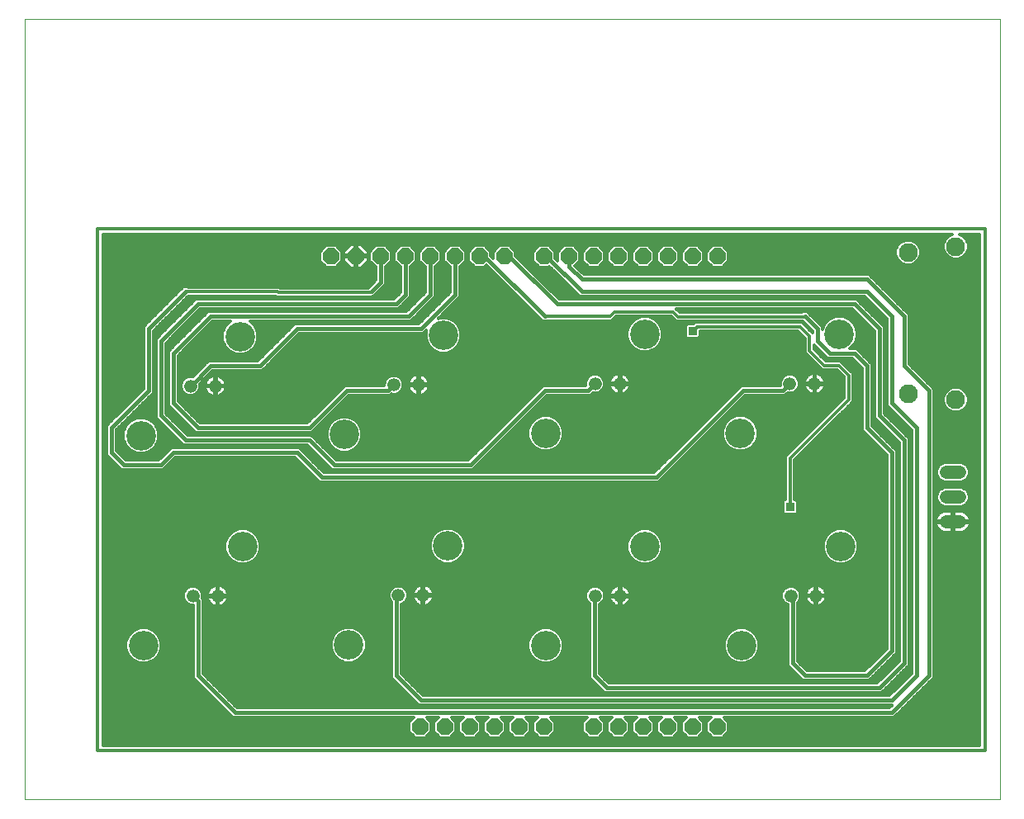
<source format=gbl>
G75*
%MOIN*%
%OFA0B0*%
%FSLAX24Y24*%
%IPPOS*%
%LPD*%
%AMOC8*
5,1,8,0,0,1.08239X$1,22.5*
%
%ADD10C,0.0000*%
%ADD11C,0.0120*%
%ADD12C,0.0526*%
%ADD13C,0.1187*%
%ADD14C,0.0768*%
%ADD15OC8,0.0660*%
%ADD16C,0.0540*%
%ADD17R,0.0356X0.0356*%
%ADD18C,0.0160*%
%ADD19C,0.0100*%
D10*
X000100Y000100D02*
X000100Y031596D01*
X039470Y031596D01*
X039470Y000100D01*
X000100Y000100D01*
D11*
X003053Y002069D02*
X003053Y023131D01*
X038880Y023131D01*
X038880Y002069D01*
X003053Y002069D01*
X003273Y002289D02*
X003273Y022911D01*
X037562Y022911D01*
X037413Y022850D01*
X037271Y022708D01*
X037195Y022523D01*
X037195Y022323D01*
X037271Y022137D01*
X037413Y021996D01*
X037598Y021919D01*
X037799Y021919D01*
X037984Y021996D01*
X038126Y022137D01*
X038202Y022323D01*
X038202Y022523D01*
X038126Y022708D01*
X037984Y022850D01*
X037835Y022911D01*
X038660Y022911D01*
X038660Y002289D01*
X003273Y002289D01*
X003273Y002352D02*
X038660Y002352D01*
X038660Y002470D02*
X003273Y002470D01*
X003273Y002589D02*
X015892Y002589D01*
X015894Y002587D02*
X016267Y002587D01*
X016530Y002851D01*
X016530Y003223D01*
X016354Y003400D01*
X016807Y003400D01*
X016630Y003223D01*
X016630Y002851D01*
X016894Y002587D01*
X017267Y002587D01*
X017530Y002851D01*
X017530Y003223D01*
X017354Y003400D01*
X017807Y003400D01*
X017630Y003223D01*
X017630Y002851D01*
X017894Y002587D01*
X018267Y002587D01*
X018530Y002851D01*
X018530Y003223D01*
X018354Y003400D01*
X018807Y003400D01*
X018630Y003223D01*
X018630Y002851D01*
X018894Y002587D01*
X019267Y002587D01*
X019530Y002851D01*
X019530Y003223D01*
X019354Y003400D01*
X019807Y003400D01*
X019630Y003223D01*
X019630Y002851D01*
X019894Y002587D01*
X020267Y002587D01*
X020530Y002851D01*
X020530Y003223D01*
X020354Y003400D01*
X020807Y003400D01*
X020630Y003223D01*
X020630Y002851D01*
X020894Y002587D01*
X021267Y002587D01*
X021530Y002851D01*
X021530Y003223D01*
X021354Y003400D01*
X022807Y003400D01*
X022630Y003223D01*
X022630Y002851D01*
X022894Y002587D01*
X023267Y002587D01*
X023530Y002851D01*
X023530Y003223D01*
X023354Y003400D01*
X023807Y003400D01*
X023630Y003223D01*
X023630Y002851D01*
X023894Y002587D01*
X024267Y002587D01*
X024530Y002851D01*
X024530Y003223D01*
X024354Y003400D01*
X024807Y003400D01*
X024630Y003223D01*
X024630Y002851D01*
X024894Y002587D01*
X025267Y002587D01*
X025530Y002851D01*
X025530Y003223D01*
X025354Y003400D01*
X025807Y003400D01*
X025630Y003223D01*
X025630Y002851D01*
X025894Y002587D01*
X026267Y002587D01*
X026530Y002851D01*
X026530Y003223D01*
X026354Y003400D01*
X026807Y003400D01*
X026630Y003223D01*
X026630Y002851D01*
X026894Y002587D01*
X027267Y002587D01*
X027530Y002851D01*
X027530Y003223D01*
X027354Y003400D01*
X027807Y003400D01*
X027630Y003223D01*
X027630Y002851D01*
X027894Y002587D01*
X028267Y002587D01*
X028530Y002851D01*
X028530Y003223D01*
X028354Y003400D01*
X035183Y003400D01*
X035300Y003517D01*
X036800Y005017D01*
X036800Y016683D01*
X036683Y016800D01*
X035800Y017683D01*
X035800Y019683D01*
X035683Y019800D01*
X035683Y019800D01*
X034183Y021300D01*
X022683Y021300D01*
X022331Y021652D01*
X022530Y021851D01*
X022530Y022223D01*
X022267Y022487D01*
X021894Y022487D01*
X021630Y022223D01*
X021630Y021853D01*
X021530Y021953D01*
X021530Y022223D01*
X021267Y022487D01*
X020894Y022487D01*
X020630Y022223D01*
X020630Y021851D01*
X020894Y021587D01*
X021267Y021587D01*
X021298Y021619D01*
X022400Y020517D01*
X022517Y020400D01*
X034017Y020400D01*
X034900Y019517D01*
X034900Y016017D01*
X035900Y015017D01*
X035900Y005183D01*
X035017Y004300D01*
X016183Y004300D01*
X015300Y005183D01*
X015300Y007972D01*
X015409Y008017D01*
X015516Y008125D01*
X015575Y008266D01*
X015575Y008418D01*
X015516Y008559D01*
X015409Y008666D01*
X015268Y008725D01*
X015116Y008725D01*
X014975Y008666D01*
X014867Y008559D01*
X014809Y008418D01*
X014809Y008266D01*
X014867Y008125D01*
X014900Y008092D01*
X014900Y005017D01*
X015017Y004900D01*
X016017Y003900D01*
X035117Y003900D01*
X035017Y003800D01*
X008683Y003800D01*
X007300Y005183D01*
X007300Y008207D01*
X007280Y008227D01*
X007287Y008244D01*
X007287Y008397D01*
X007228Y008537D01*
X007121Y008645D01*
X006980Y008703D01*
X006828Y008703D01*
X006687Y008645D01*
X006579Y008537D01*
X006521Y008397D01*
X006521Y008244D01*
X006579Y008104D01*
X006687Y007996D01*
X006828Y007938D01*
X006900Y007938D01*
X006900Y005017D01*
X007017Y004900D01*
X008517Y003400D01*
X015807Y003400D01*
X015630Y003223D01*
X015630Y002851D01*
X015894Y002587D01*
X015774Y002707D02*
X003273Y002707D01*
X003273Y002826D02*
X015655Y002826D01*
X015630Y002944D02*
X003273Y002944D01*
X003273Y003063D02*
X015630Y003063D01*
X015630Y003181D02*
X003273Y003181D01*
X003273Y003300D02*
X015706Y003300D01*
X015907Y004011D02*
X008472Y004011D01*
X008354Y004129D02*
X015788Y004129D01*
X015670Y004248D02*
X008235Y004248D01*
X008117Y004366D02*
X015551Y004366D01*
X015433Y004485D02*
X007998Y004485D01*
X007880Y004603D02*
X015314Y004603D01*
X015196Y004722D02*
X007761Y004722D01*
X007643Y004840D02*
X015077Y004840D01*
X014959Y004959D02*
X007524Y004959D01*
X007406Y005077D02*
X014900Y005077D01*
X014900Y005196D02*
X007300Y005196D01*
X007300Y005314D02*
X014900Y005314D01*
X014900Y005433D02*
X007300Y005433D01*
X007300Y005551D02*
X014900Y005551D01*
X014900Y005670D02*
X013433Y005670D01*
X013334Y005628D02*
X013596Y005737D01*
X013797Y005938D01*
X013905Y006200D01*
X013905Y006484D01*
X013797Y006746D01*
X013596Y006947D01*
X013334Y007055D01*
X013050Y007055D01*
X012788Y006947D01*
X012587Y006746D01*
X012478Y006484D01*
X012478Y006200D01*
X012587Y005938D01*
X012788Y005737D01*
X013050Y005628D01*
X013334Y005628D01*
X013647Y005788D02*
X014900Y005788D01*
X014900Y005907D02*
X013766Y005907D01*
X013833Y006025D02*
X014900Y006025D01*
X014900Y006144D02*
X013882Y006144D01*
X013905Y006262D02*
X014900Y006262D01*
X014900Y006381D02*
X013905Y006381D01*
X013899Y006499D02*
X014900Y006499D01*
X014900Y006618D02*
X013850Y006618D01*
X013801Y006736D02*
X014900Y006736D01*
X014900Y006855D02*
X013688Y006855D01*
X013532Y006973D02*
X014900Y006973D01*
X014900Y007092D02*
X007300Y007092D01*
X007300Y007210D02*
X014900Y007210D01*
X014900Y007329D02*
X007300Y007329D01*
X007300Y007447D02*
X014900Y007447D01*
X014900Y007566D02*
X007300Y007566D01*
X007300Y007684D02*
X014900Y007684D01*
X014900Y007803D02*
X007300Y007803D01*
X007300Y007921D02*
X007765Y007921D01*
X007742Y007929D02*
X007805Y007908D01*
X007871Y007898D01*
X007876Y007898D01*
X007876Y008293D01*
X007481Y008293D01*
X007481Y008287D01*
X007492Y008221D01*
X007512Y008158D01*
X007300Y008158D01*
X007300Y008040D02*
X007587Y008040D01*
X007581Y008045D02*
X007629Y007998D01*
X007682Y007959D01*
X007742Y007929D01*
X007876Y007921D02*
X007932Y007921D01*
X007932Y007898D02*
X007937Y007898D01*
X008003Y007908D01*
X008066Y007929D01*
X008126Y007959D01*
X008179Y007998D01*
X008226Y008045D01*
X008266Y008099D01*
X008296Y008158D01*
X008316Y008221D01*
X008327Y008287D01*
X008327Y008293D01*
X007932Y008293D01*
X007932Y008348D01*
X008327Y008348D01*
X008327Y008354D01*
X008316Y008419D01*
X008296Y008483D01*
X008266Y008542D01*
X008226Y008596D01*
X008179Y008643D01*
X008126Y008682D01*
X008066Y008712D01*
X008003Y008733D01*
X007937Y008743D01*
X007932Y008743D01*
X007932Y008348D01*
X007876Y008348D01*
X007876Y008293D01*
X007932Y008293D01*
X007932Y007898D01*
X008043Y007921D02*
X014900Y007921D01*
X014900Y008040D02*
X008221Y008040D01*
X008296Y008158D02*
X014853Y008158D01*
X014809Y008277D02*
X008325Y008277D01*
X008320Y008395D02*
X014809Y008395D01*
X014849Y008514D02*
X008280Y008514D01*
X008190Y008632D02*
X014941Y008632D01*
X015443Y008632D02*
X015884Y008632D01*
X015869Y008617D02*
X015830Y008563D01*
X015800Y008504D01*
X015779Y008441D01*
X015769Y008375D01*
X015769Y008369D01*
X016164Y008369D01*
X016164Y008314D01*
X016219Y008314D01*
X016219Y007919D01*
X016225Y007919D01*
X016291Y007929D01*
X016354Y007950D01*
X016413Y007980D01*
X016467Y008019D01*
X016514Y008066D01*
X016553Y008120D01*
X016584Y008179D01*
X016604Y008243D01*
X016615Y008308D01*
X016615Y008314D01*
X016219Y008314D01*
X016219Y008369D01*
X016615Y008369D01*
X016615Y008375D01*
X016604Y008441D01*
X016584Y008504D01*
X016553Y008563D01*
X016514Y008617D01*
X016467Y008664D01*
X016413Y008703D01*
X016354Y008734D01*
X016291Y008754D01*
X016225Y008765D01*
X016219Y008765D01*
X016219Y008369D01*
X016164Y008369D01*
X016164Y008765D01*
X016158Y008765D01*
X016093Y008754D01*
X016029Y008734D01*
X015970Y008703D01*
X015916Y008664D01*
X015869Y008617D01*
X015805Y008514D02*
X015535Y008514D01*
X015575Y008395D02*
X015772Y008395D01*
X015769Y008314D02*
X015769Y008308D01*
X015779Y008243D01*
X015800Y008179D01*
X015830Y008120D01*
X015869Y008066D01*
X015916Y008019D01*
X015970Y007980D01*
X016029Y007950D01*
X016093Y007929D01*
X016158Y007919D01*
X016164Y007919D01*
X016164Y008314D01*
X015769Y008314D01*
X015774Y008277D02*
X015575Y008277D01*
X015530Y008158D02*
X015811Y008158D01*
X015896Y008040D02*
X015431Y008040D01*
X015300Y007921D02*
X016145Y007921D01*
X016164Y007921D02*
X016219Y007921D01*
X016238Y007921D02*
X022900Y007921D01*
X022900Y008021D02*
X022900Y005017D01*
X023017Y004900D01*
X023517Y004400D01*
X034683Y004400D01*
X034800Y004517D01*
X035800Y005517D01*
X035800Y014683D01*
X035683Y014800D01*
X034800Y015683D01*
X034800Y019183D01*
X034683Y019300D01*
X033683Y020300D01*
X021683Y020300D01*
X019930Y022053D01*
X019930Y022223D01*
X019667Y022487D01*
X019294Y022487D01*
X019030Y022223D01*
X019030Y021953D01*
X018930Y022053D01*
X018930Y022223D01*
X018667Y022487D01*
X018294Y022487D01*
X018030Y022223D01*
X018030Y021851D01*
X018294Y021587D01*
X018667Y021587D01*
X018748Y021669D01*
X021017Y019400D01*
X021183Y019400D01*
X021203Y019420D01*
X023808Y019420D01*
X023993Y019605D01*
X026207Y019605D01*
X026298Y019514D01*
X026403Y019408D01*
X031509Y019408D01*
X031900Y019017D01*
X031900Y018948D01*
X031579Y019269D01*
X031474Y019374D01*
X027191Y019374D01*
X027112Y019296D01*
X026841Y019296D01*
X026770Y019225D01*
X026770Y018770D01*
X026841Y018700D01*
X027296Y018700D01*
X027367Y018770D01*
X027367Y019014D01*
X031325Y019014D01*
X031613Y018726D01*
X031613Y018136D01*
X031718Y018030D01*
X032309Y017440D01*
X032899Y017440D01*
X033188Y017151D01*
X033188Y016316D01*
X030931Y014060D01*
X030826Y013954D01*
X030826Y012209D01*
X030778Y012209D01*
X030707Y012139D01*
X030707Y011683D01*
X030778Y011613D01*
X031233Y011613D01*
X031304Y011683D01*
X031304Y012139D01*
X031233Y012209D01*
X031186Y012209D01*
X031186Y013805D01*
X033442Y016062D01*
X033548Y016167D01*
X033548Y017301D01*
X033154Y017694D01*
X033049Y017800D01*
X032458Y017800D01*
X031973Y018285D01*
X031973Y018444D01*
X032400Y018017D01*
X032517Y017900D01*
X033517Y017900D01*
X033900Y017517D01*
X033900Y015017D01*
X034900Y014017D01*
X034900Y006183D01*
X034017Y005300D01*
X031683Y005300D01*
X031300Y005683D01*
X031300Y008037D01*
X031371Y008108D01*
X031429Y008248D01*
X031429Y008401D01*
X031371Y008541D01*
X031263Y008649D01*
X031122Y008707D01*
X030970Y008707D01*
X030829Y008649D01*
X030722Y008541D01*
X030664Y008401D01*
X030664Y008248D01*
X030722Y008108D01*
X030829Y008000D01*
X030900Y007971D01*
X030900Y005517D01*
X031017Y005400D01*
X031517Y004900D01*
X034183Y004900D01*
X034300Y005017D01*
X035300Y006017D01*
X035300Y014183D01*
X035183Y014300D01*
X034300Y015183D01*
X034300Y017683D01*
X034183Y017800D01*
X033683Y018300D01*
X033421Y018300D01*
X033601Y018479D01*
X033709Y018741D01*
X033709Y019025D01*
X033601Y019288D01*
X033400Y019488D01*
X033138Y019597D01*
X032854Y019597D01*
X032592Y019488D01*
X032391Y019288D01*
X032300Y019068D01*
X032300Y019183D01*
X032183Y019300D01*
X032183Y019300D01*
X031785Y019698D01*
X031683Y019800D01*
X031517Y019800D01*
X031485Y019768D01*
X026553Y019768D01*
X026421Y019900D01*
X033517Y019900D01*
X034400Y019017D01*
X034400Y015517D01*
X035400Y014517D01*
X035400Y005683D01*
X034517Y004800D01*
X023683Y004800D01*
X023300Y005183D01*
X023300Y007972D01*
X023358Y007996D01*
X023466Y008104D01*
X023524Y008245D01*
X023524Y008397D01*
X023466Y008538D01*
X023358Y008645D01*
X023217Y008704D01*
X023065Y008704D01*
X022924Y008645D01*
X022817Y008538D01*
X022758Y008397D01*
X022758Y008245D01*
X022817Y008104D01*
X022900Y008021D01*
X022881Y008040D02*
X016487Y008040D01*
X016573Y008158D02*
X022794Y008158D01*
X022758Y008277D02*
X016609Y008277D01*
X016611Y008395D02*
X022758Y008395D01*
X022807Y008514D02*
X016579Y008514D01*
X016499Y008632D02*
X022911Y008632D01*
X023371Y008632D02*
X023854Y008632D01*
X023866Y008643D02*
X023819Y008596D01*
X023779Y008542D01*
X023749Y008483D01*
X023729Y008420D01*
X023718Y008354D01*
X023718Y008348D01*
X024113Y008348D01*
X024113Y008293D01*
X023718Y008293D01*
X023718Y008288D01*
X023729Y008222D01*
X023749Y008159D01*
X023779Y008099D01*
X023819Y008045D01*
X023866Y007998D01*
X023920Y007959D01*
X023979Y007929D01*
X024042Y007908D01*
X024108Y007898D01*
X024114Y007898D01*
X024114Y008293D01*
X024169Y008293D01*
X024169Y008348D01*
X024564Y008348D01*
X024564Y008354D01*
X024553Y008420D01*
X024533Y008483D01*
X024503Y008542D01*
X024464Y008596D01*
X024417Y008643D01*
X024363Y008682D01*
X024303Y008713D01*
X024240Y008733D01*
X024174Y008744D01*
X024169Y008744D01*
X024169Y008348D01*
X024114Y008348D01*
X024114Y008744D01*
X024108Y008744D01*
X024042Y008733D01*
X023979Y008713D01*
X023920Y008682D01*
X023866Y008643D01*
X023765Y008514D02*
X023476Y008514D01*
X023524Y008395D02*
X023725Y008395D01*
X023720Y008277D02*
X023524Y008277D01*
X023488Y008158D02*
X023750Y008158D01*
X023825Y008040D02*
X023401Y008040D01*
X023300Y007921D02*
X024004Y007921D01*
X024114Y007921D02*
X024169Y007921D01*
X024169Y007898D02*
X024174Y007898D01*
X024240Y007908D01*
X024303Y007929D01*
X024363Y007959D01*
X024417Y007998D01*
X024464Y008045D01*
X024503Y008099D01*
X024533Y008159D01*
X024553Y008222D01*
X024564Y008288D01*
X024564Y008293D01*
X024169Y008293D01*
X024169Y007898D01*
X024279Y007921D02*
X030900Y007921D01*
X030900Y007803D02*
X023300Y007803D01*
X023300Y007684D02*
X030900Y007684D01*
X030900Y007566D02*
X023300Y007566D01*
X023300Y007447D02*
X030900Y007447D01*
X030900Y007329D02*
X023300Y007329D01*
X023300Y007210D02*
X030900Y007210D01*
X030900Y007092D02*
X023300Y007092D01*
X023300Y006973D02*
X028748Y006973D01*
X028642Y006929D02*
X028441Y006729D01*
X028333Y006466D01*
X028333Y006182D01*
X028441Y005920D01*
X028642Y005720D01*
X028904Y005611D01*
X029188Y005611D01*
X029450Y005720D01*
X029651Y005920D01*
X029760Y006182D01*
X029760Y006466D01*
X029651Y006729D01*
X029450Y006929D01*
X029188Y007038D01*
X028904Y007038D01*
X028642Y006929D01*
X028567Y006855D02*
X023300Y006855D01*
X023300Y006736D02*
X028449Y006736D01*
X028395Y006618D02*
X023300Y006618D01*
X023300Y006499D02*
X028346Y006499D01*
X028333Y006381D02*
X023300Y006381D01*
X023300Y006262D02*
X028333Y006262D01*
X028349Y006144D02*
X023300Y006144D01*
X023300Y006025D02*
X028398Y006025D01*
X028455Y005907D02*
X023300Y005907D01*
X023300Y005788D02*
X028574Y005788D01*
X028763Y005670D02*
X023300Y005670D01*
X023300Y005551D02*
X030900Y005551D01*
X030900Y005670D02*
X029330Y005670D01*
X029519Y005788D02*
X030900Y005788D01*
X030900Y005907D02*
X029637Y005907D01*
X029695Y006025D02*
X030900Y006025D01*
X030900Y006144D02*
X029744Y006144D01*
X029760Y006262D02*
X030900Y006262D01*
X030900Y006381D02*
X029760Y006381D01*
X029746Y006499D02*
X030900Y006499D01*
X030900Y006618D02*
X029697Y006618D01*
X029644Y006736D02*
X030900Y006736D01*
X030900Y006855D02*
X029525Y006855D01*
X029345Y006973D02*
X030900Y006973D01*
X031300Y006973D02*
X034900Y006973D01*
X034900Y006855D02*
X031300Y006855D01*
X031300Y006736D02*
X034900Y006736D01*
X034900Y006618D02*
X031300Y006618D01*
X031300Y006499D02*
X034900Y006499D01*
X034900Y006381D02*
X031300Y006381D01*
X031300Y006262D02*
X034900Y006262D01*
X034861Y006144D02*
X031300Y006144D01*
X031300Y006025D02*
X034742Y006025D01*
X034624Y005907D02*
X031300Y005907D01*
X031300Y005788D02*
X034505Y005788D01*
X034387Y005670D02*
X031313Y005670D01*
X031432Y005551D02*
X034268Y005551D01*
X034150Y005433D02*
X031550Y005433D01*
X031669Y005314D02*
X034031Y005314D01*
X034360Y005077D02*
X034794Y005077D01*
X034676Y004959D02*
X034241Y004959D01*
X034478Y005196D02*
X034913Y005196D01*
X035031Y005314D02*
X034597Y005314D01*
X034715Y005433D02*
X035150Y005433D01*
X035268Y005551D02*
X034834Y005551D01*
X034952Y005670D02*
X035387Y005670D01*
X035400Y005788D02*
X035071Y005788D01*
X035189Y005907D02*
X035400Y005907D01*
X035400Y006025D02*
X035300Y006025D01*
X035300Y006144D02*
X035400Y006144D01*
X035400Y006262D02*
X035300Y006262D01*
X035300Y006381D02*
X035400Y006381D01*
X035400Y006499D02*
X035300Y006499D01*
X035300Y006618D02*
X035400Y006618D01*
X035400Y006736D02*
X035300Y006736D01*
X035300Y006855D02*
X035400Y006855D01*
X035400Y006973D02*
X035300Y006973D01*
X035300Y007092D02*
X035400Y007092D01*
X035400Y007210D02*
X035300Y007210D01*
X035300Y007329D02*
X035400Y007329D01*
X035400Y007447D02*
X035300Y007447D01*
X035300Y007566D02*
X035400Y007566D01*
X035400Y007684D02*
X035300Y007684D01*
X035300Y007803D02*
X035400Y007803D01*
X035400Y007921D02*
X035300Y007921D01*
X035300Y008040D02*
X035400Y008040D01*
X035400Y008158D02*
X035300Y008158D01*
X035300Y008277D02*
X035400Y008277D01*
X035400Y008395D02*
X035300Y008395D01*
X035300Y008514D02*
X035400Y008514D01*
X035400Y008632D02*
X035300Y008632D01*
X035300Y008751D02*
X035400Y008751D01*
X035400Y008869D02*
X035300Y008869D01*
X035300Y008988D02*
X035400Y008988D01*
X035400Y009106D02*
X035300Y009106D01*
X035300Y009225D02*
X035400Y009225D01*
X035400Y009343D02*
X035300Y009343D01*
X035300Y009462D02*
X035400Y009462D01*
X035400Y009580D02*
X035300Y009580D01*
X035300Y009699D02*
X035400Y009699D01*
X035400Y009817D02*
X035300Y009817D01*
X035300Y009936D02*
X035400Y009936D01*
X035400Y010054D02*
X035300Y010054D01*
X035300Y010173D02*
X035400Y010173D01*
X035400Y010291D02*
X035300Y010291D01*
X035300Y010410D02*
X035400Y010410D01*
X035400Y010528D02*
X035300Y010528D01*
X035300Y010647D02*
X035400Y010647D01*
X035400Y010765D02*
X035300Y010765D01*
X035300Y010884D02*
X035400Y010884D01*
X035400Y011002D02*
X035300Y011002D01*
X035300Y011121D02*
X035400Y011121D01*
X035400Y011239D02*
X035300Y011239D01*
X035300Y011358D02*
X035400Y011358D01*
X035400Y011476D02*
X035300Y011476D01*
X035300Y011595D02*
X035400Y011595D01*
X035400Y011713D02*
X035300Y011713D01*
X035300Y011832D02*
X035400Y011832D01*
X035400Y011950D02*
X035300Y011950D01*
X035300Y012069D02*
X035400Y012069D01*
X035400Y012187D02*
X035300Y012187D01*
X035300Y012306D02*
X035400Y012306D01*
X035400Y012424D02*
X035300Y012424D01*
X035300Y012543D02*
X035400Y012543D01*
X035400Y012661D02*
X035300Y012661D01*
X035300Y012780D02*
X035400Y012780D01*
X035400Y012898D02*
X035300Y012898D01*
X035300Y013017D02*
X035400Y013017D01*
X035400Y013135D02*
X035300Y013135D01*
X035300Y013254D02*
X035400Y013254D01*
X035400Y013372D02*
X035300Y013372D01*
X035300Y013491D02*
X035400Y013491D01*
X035400Y013609D02*
X035300Y013609D01*
X035300Y013728D02*
X035400Y013728D01*
X035400Y013846D02*
X035300Y013846D01*
X035300Y013965D02*
X035400Y013965D01*
X035400Y014083D02*
X035300Y014083D01*
X035281Y014202D02*
X035400Y014202D01*
X035400Y014320D02*
X035163Y014320D01*
X035044Y014439D02*
X035400Y014439D01*
X035360Y014557D02*
X034926Y014557D01*
X034807Y014676D02*
X035242Y014676D01*
X035123Y014794D02*
X034689Y014794D01*
X034570Y014913D02*
X035005Y014913D01*
X034886Y015031D02*
X034452Y015031D01*
X034333Y015150D02*
X034768Y015150D01*
X034649Y015268D02*
X034300Y015268D01*
X034300Y015387D02*
X034531Y015387D01*
X034412Y015505D02*
X034300Y015505D01*
X034300Y015624D02*
X034400Y015624D01*
X034400Y015742D02*
X034300Y015742D01*
X034300Y015861D02*
X034400Y015861D01*
X034400Y015979D02*
X034300Y015979D01*
X034300Y016098D02*
X034400Y016098D01*
X034400Y016216D02*
X034300Y016216D01*
X034300Y016335D02*
X034400Y016335D01*
X034400Y016453D02*
X034300Y016453D01*
X034300Y016572D02*
X034400Y016572D01*
X034400Y016690D02*
X034300Y016690D01*
X034300Y016809D02*
X034400Y016809D01*
X034400Y016927D02*
X034300Y016927D01*
X034300Y017046D02*
X034400Y017046D01*
X034400Y017164D02*
X034300Y017164D01*
X034300Y017283D02*
X034400Y017283D01*
X034400Y017401D02*
X034300Y017401D01*
X034300Y017520D02*
X034400Y017520D01*
X034400Y017638D02*
X034300Y017638D01*
X034226Y017757D02*
X034400Y017757D01*
X034400Y017875D02*
X034108Y017875D01*
X033989Y017994D02*
X034400Y017994D01*
X034400Y018112D02*
X033871Y018112D01*
X033752Y018231D02*
X034400Y018231D01*
X034400Y018349D02*
X033470Y018349D01*
X033589Y018468D02*
X034400Y018468D01*
X034400Y018586D02*
X033645Y018586D01*
X033694Y018705D02*
X034400Y018705D01*
X034400Y018823D02*
X033709Y018823D01*
X033709Y018942D02*
X034400Y018942D01*
X034357Y019060D02*
X033695Y019060D01*
X033646Y019179D02*
X034239Y019179D01*
X034120Y019297D02*
X033591Y019297D01*
X033473Y019416D02*
X034002Y019416D01*
X033883Y019534D02*
X033289Y019534D01*
X033528Y019890D02*
X026431Y019890D01*
X026550Y019771D02*
X031488Y019771D01*
X031612Y019588D02*
X031702Y019498D01*
X031612Y019588D02*
X026478Y019588D01*
X026281Y019785D01*
X023919Y019785D01*
X023734Y019600D01*
X021100Y019600D01*
X021198Y019416D02*
X024662Y019416D01*
X024735Y019488D02*
X024534Y019288D01*
X024426Y019025D01*
X024426Y018741D01*
X024534Y018479D01*
X024735Y018279D01*
X024997Y018170D01*
X025281Y018170D01*
X025544Y018279D01*
X025744Y018479D01*
X025853Y018741D01*
X025853Y019025D01*
X025744Y019288D01*
X025544Y019488D01*
X025281Y019597D01*
X024997Y019597D01*
X024735Y019488D01*
X024846Y019534D02*
X023922Y019534D01*
X024544Y019297D02*
X017567Y019297D01*
X017619Y019244D02*
X017418Y019445D01*
X017156Y019554D01*
X016872Y019554D01*
X016811Y019529D01*
X017680Y020397D01*
X017680Y021601D01*
X017930Y021851D01*
X017930Y022223D01*
X017667Y022487D01*
X017294Y022487D01*
X017030Y022223D01*
X017030Y021851D01*
X017280Y021601D01*
X017280Y020563D01*
X016017Y019300D01*
X011017Y019300D01*
X009517Y017800D01*
X007530Y017800D01*
X006900Y017170D01*
X006883Y017177D01*
X006731Y017177D01*
X006590Y017118D01*
X006483Y017011D01*
X006424Y016870D01*
X006424Y016718D01*
X006483Y016577D01*
X006590Y016469D01*
X006731Y016411D01*
X006883Y016411D01*
X007024Y016469D01*
X007132Y016577D01*
X007190Y016718D01*
X007190Y016870D01*
X007183Y016887D01*
X007696Y017400D01*
X009683Y017400D01*
X009800Y017517D01*
X011183Y018900D01*
X016183Y018900D01*
X016300Y019017D01*
X016326Y019043D01*
X016301Y018982D01*
X016301Y018698D01*
X016409Y018436D01*
X016610Y018235D01*
X016872Y018127D01*
X017156Y018127D01*
X017418Y018235D01*
X017619Y018436D01*
X017728Y018698D01*
X017728Y018982D01*
X017619Y019244D01*
X017647Y019179D02*
X024489Y019179D01*
X024440Y019060D02*
X017696Y019060D01*
X017728Y018942D02*
X024426Y018942D01*
X024426Y018823D02*
X017728Y018823D01*
X017728Y018705D02*
X024441Y018705D01*
X024490Y018586D02*
X017681Y018586D01*
X017632Y018468D02*
X024546Y018468D01*
X024665Y018349D02*
X017532Y018349D01*
X017407Y018231D02*
X024851Y018231D01*
X025428Y018231D02*
X031613Y018231D01*
X031613Y018349D02*
X025614Y018349D01*
X025733Y018468D02*
X031613Y018468D01*
X031613Y018586D02*
X025788Y018586D01*
X025838Y018705D02*
X026836Y018705D01*
X026770Y018823D02*
X025853Y018823D01*
X025853Y018942D02*
X026770Y018942D01*
X026770Y019060D02*
X025838Y019060D01*
X025789Y019179D02*
X026770Y019179D01*
X027113Y019297D02*
X025735Y019297D01*
X025616Y019416D02*
X026396Y019416D01*
X026278Y019534D02*
X025433Y019534D01*
X027265Y019194D02*
X031399Y019194D01*
X031793Y018801D01*
X031793Y018210D01*
X032383Y017620D01*
X032974Y017620D01*
X033368Y017226D01*
X033368Y016242D01*
X031006Y013880D01*
X031006Y011911D01*
X031304Y011950D02*
X034900Y011950D01*
X034900Y011832D02*
X031304Y011832D01*
X031304Y011713D02*
X034900Y011713D01*
X034900Y011595D02*
X003273Y011595D01*
X003273Y011713D02*
X030707Y011713D01*
X030707Y011832D02*
X003273Y011832D01*
X003273Y011950D02*
X030707Y011950D01*
X030707Y012069D02*
X003273Y012069D01*
X003273Y012187D02*
X030756Y012187D01*
X030826Y012306D02*
X003273Y012306D01*
X003273Y012424D02*
X030826Y012424D01*
X030826Y012543D02*
X003273Y012543D01*
X003273Y012661D02*
X030826Y012661D01*
X030826Y012780D02*
X003273Y012780D01*
X003273Y012898D02*
X030826Y012898D01*
X030826Y013017D02*
X025799Y013017D01*
X025683Y012900D02*
X029183Y016400D01*
X030795Y016400D01*
X030903Y016508D01*
X030920Y016501D01*
X031072Y016501D01*
X031213Y016559D01*
X031320Y016667D01*
X031378Y016807D01*
X031378Y016960D01*
X031320Y017100D01*
X031213Y017208D01*
X031072Y017266D01*
X030920Y017266D01*
X030779Y017208D01*
X030671Y017100D01*
X030613Y016960D01*
X030613Y016807D01*
X030616Y016800D01*
X029017Y016800D01*
X028900Y016683D01*
X025517Y013300D01*
X012183Y013300D01*
X011183Y014300D01*
X006017Y014300D01*
X005900Y014183D01*
X005517Y013800D01*
X004183Y013800D01*
X003800Y014183D01*
X003800Y015017D01*
X005300Y016517D01*
X005300Y019017D01*
X006703Y020420D01*
X010234Y020420D01*
X010262Y020392D01*
X014147Y020392D01*
X014155Y020400D01*
X014183Y020400D01*
X014680Y020897D01*
X014680Y021601D01*
X014930Y021851D01*
X014930Y022223D01*
X014667Y022487D01*
X014294Y022487D01*
X014030Y022223D01*
X014030Y021851D01*
X014280Y021601D01*
X014280Y021063D01*
X013970Y020752D01*
X010411Y020752D01*
X010383Y020780D01*
X006703Y020780D01*
X006683Y020800D01*
X006517Y020800D01*
X005017Y019300D01*
X004900Y019183D01*
X004900Y016683D01*
X003517Y015300D01*
X003400Y015183D01*
X003400Y014017D01*
X003900Y013517D01*
X004017Y013400D01*
X005683Y013400D01*
X006183Y013900D01*
X011017Y013900D01*
X011900Y013017D01*
X012017Y012900D01*
X025683Y012900D01*
X025918Y013135D02*
X030826Y013135D01*
X030826Y013254D02*
X026036Y013254D01*
X026155Y013372D02*
X030826Y013372D01*
X030826Y013491D02*
X026273Y013491D01*
X026392Y013609D02*
X030826Y013609D01*
X030826Y013728D02*
X026510Y013728D01*
X026629Y013846D02*
X030826Y013846D01*
X030836Y013965D02*
X026747Y013965D01*
X026866Y014083D02*
X030954Y014083D01*
X030931Y014060D02*
X030931Y014060D01*
X031073Y014202D02*
X029214Y014202D01*
X029138Y014170D02*
X029400Y014279D01*
X029601Y014479D01*
X029709Y014741D01*
X029709Y015025D01*
X029601Y015288D01*
X029400Y015488D01*
X029138Y015597D01*
X028854Y015597D01*
X028592Y015488D01*
X028391Y015288D01*
X028282Y015025D01*
X028282Y014741D01*
X028391Y014479D01*
X028592Y014279D01*
X028854Y014170D01*
X029138Y014170D01*
X029441Y014320D02*
X031191Y014320D01*
X031310Y014439D02*
X029560Y014439D01*
X029633Y014557D02*
X031428Y014557D01*
X031547Y014676D02*
X029682Y014676D01*
X029709Y014794D02*
X031665Y014794D01*
X031784Y014913D02*
X029709Y014913D01*
X029707Y015031D02*
X031902Y015031D01*
X032021Y015150D02*
X029658Y015150D01*
X029609Y015268D02*
X032139Y015268D01*
X032258Y015387D02*
X029502Y015387D01*
X029359Y015505D02*
X032376Y015505D01*
X032495Y015624D02*
X028406Y015624D01*
X028525Y015742D02*
X032613Y015742D01*
X032732Y015861D02*
X028643Y015861D01*
X028762Y015979D02*
X032850Y015979D01*
X032969Y016098D02*
X028880Y016098D01*
X028999Y016216D02*
X033087Y016216D01*
X033188Y016335D02*
X029117Y016335D01*
X028789Y016572D02*
X024425Y016572D01*
X024415Y016561D02*
X024462Y016608D01*
X024501Y016662D01*
X024531Y016721D01*
X024552Y016784D01*
X024562Y016850D01*
X024562Y016856D01*
X024167Y016856D01*
X024167Y016911D01*
X024562Y016911D01*
X024562Y016917D01*
X024552Y016982D01*
X024531Y017046D01*
X024501Y017105D01*
X024462Y017159D01*
X024415Y017206D01*
X024361Y017245D01*
X024302Y017275D01*
X024238Y017296D01*
X024173Y017306D01*
X024167Y017306D01*
X024167Y016911D01*
X024112Y016911D01*
X024112Y017306D01*
X024106Y017306D01*
X024040Y017296D01*
X023977Y017275D01*
X023918Y017245D01*
X023864Y017206D01*
X023817Y017159D01*
X023778Y017105D01*
X023748Y017046D01*
X023727Y016982D01*
X023717Y016917D01*
X023717Y016911D01*
X024112Y016911D01*
X024112Y016856D01*
X024167Y016856D01*
X024167Y016461D01*
X024173Y016461D01*
X024238Y016471D01*
X024302Y016492D01*
X024361Y016522D01*
X024415Y016561D01*
X024515Y016690D02*
X028907Y016690D01*
X028670Y016453D02*
X022992Y016453D01*
X022939Y016400D02*
X023046Y016508D01*
X023063Y016501D01*
X023216Y016501D01*
X023356Y016559D01*
X023464Y016667D01*
X023522Y016807D01*
X023522Y016960D01*
X023464Y017100D01*
X023356Y017208D01*
X023216Y017266D01*
X023063Y017266D01*
X022923Y017208D01*
X022815Y017100D01*
X022757Y016960D01*
X022757Y016807D01*
X022760Y016800D01*
X021017Y016800D01*
X020900Y016683D01*
X018017Y013800D01*
X012683Y013800D01*
X011683Y014800D01*
X006683Y014800D01*
X005800Y015683D01*
X005800Y018517D01*
X007183Y019900D01*
X015183Y019900D01*
X015300Y020017D01*
X015680Y020397D01*
X015680Y021601D01*
X015930Y021851D01*
X015930Y022223D01*
X015667Y022487D01*
X015294Y022487D01*
X015030Y022223D01*
X015030Y021851D01*
X015280Y021601D01*
X015280Y020563D01*
X015017Y020300D01*
X007017Y020300D01*
X005517Y018800D01*
X005400Y018683D01*
X005400Y015517D01*
X006400Y014517D01*
X006517Y014400D01*
X011517Y014400D01*
X012400Y013517D01*
X012517Y013400D01*
X018183Y013400D01*
X021183Y016400D01*
X022939Y016400D01*
X023369Y016572D02*
X023853Y016572D01*
X023864Y016561D02*
X023918Y016522D01*
X023977Y016492D01*
X024040Y016471D01*
X024106Y016461D01*
X024112Y016461D01*
X024112Y016856D01*
X023717Y016856D01*
X023717Y016850D01*
X023727Y016784D01*
X023748Y016721D01*
X023778Y016662D01*
X023817Y016608D01*
X023864Y016561D01*
X023763Y016690D02*
X023474Y016690D01*
X023522Y016809D02*
X023723Y016809D01*
X023718Y016927D02*
X023522Y016927D01*
X023487Y017046D02*
X023748Y017046D01*
X023822Y017164D02*
X023400Y017164D01*
X024000Y017283D02*
X007579Y017283D01*
X007645Y017186D02*
X007585Y017155D01*
X007532Y017116D01*
X007485Y017069D01*
X007445Y017015D01*
X007415Y016956D01*
X007395Y016893D01*
X007384Y016827D01*
X007384Y016821D01*
X007779Y016821D01*
X007779Y016766D01*
X007384Y016766D01*
X007384Y016761D01*
X007395Y016695D01*
X007415Y016632D01*
X007445Y016572D01*
X007485Y016518D01*
X007532Y016471D01*
X007585Y016432D01*
X007645Y016402D01*
X007708Y016381D01*
X007774Y016371D01*
X007779Y016371D01*
X007779Y016766D01*
X007835Y016766D01*
X007835Y016821D01*
X008230Y016821D01*
X008230Y016827D01*
X008219Y016893D01*
X008199Y016956D01*
X008169Y017015D01*
X008130Y017069D01*
X008083Y017116D01*
X008029Y017155D01*
X007969Y017186D01*
X007906Y017206D01*
X007840Y017217D01*
X007835Y017217D01*
X007835Y016821D01*
X007779Y016821D01*
X007779Y017217D01*
X007774Y017217D01*
X007708Y017206D01*
X007645Y017186D01*
X007602Y017164D02*
X007460Y017164D01*
X007467Y017046D02*
X007342Y017046D01*
X007406Y016927D02*
X007223Y016927D01*
X007190Y016809D02*
X007779Y016809D01*
X007835Y016809D02*
X014632Y016809D01*
X014632Y016800D02*
X013017Y016800D01*
X012900Y016683D01*
X011517Y015300D01*
X007183Y015300D01*
X006300Y016183D01*
X006300Y018017D01*
X007683Y019400D01*
X008406Y019400D01*
X008403Y019399D01*
X008202Y019198D01*
X008094Y018936D01*
X008094Y018652D01*
X008202Y018390D01*
X008403Y018189D01*
X008665Y018080D01*
X008949Y018080D01*
X009211Y018189D01*
X009412Y018390D01*
X009521Y018652D01*
X009521Y018936D01*
X009412Y019198D01*
X009211Y019399D01*
X009208Y019400D01*
X015683Y019400D01*
X015800Y019517D01*
X016680Y020397D01*
X016680Y021601D01*
X016930Y021851D01*
X016930Y022223D01*
X016667Y022487D01*
X016294Y022487D01*
X016030Y022223D01*
X016030Y021851D01*
X016280Y021601D01*
X016280Y020563D01*
X015517Y019800D01*
X007517Y019800D01*
X006017Y018300D01*
X005900Y018183D01*
X005900Y016017D01*
X006900Y015017D01*
X007017Y014900D01*
X011683Y014900D01*
X013183Y016400D01*
X014857Y016400D01*
X014921Y016464D01*
X014938Y016458D01*
X015090Y016458D01*
X015231Y016516D01*
X015339Y016623D01*
X015397Y016764D01*
X015397Y016916D01*
X015339Y017057D01*
X015231Y017165D01*
X015090Y017223D01*
X014938Y017223D01*
X014797Y017165D01*
X014690Y017057D01*
X014632Y016916D01*
X014632Y016800D01*
X014636Y016927D02*
X008208Y016927D01*
X008147Y017046D02*
X014685Y017046D01*
X014797Y017164D02*
X008012Y017164D01*
X007835Y017164D02*
X007779Y017164D01*
X007779Y017046D02*
X007835Y017046D01*
X007835Y016927D02*
X007779Y016927D01*
X007835Y016766D02*
X008230Y016766D01*
X008230Y016761D01*
X008219Y016695D01*
X008199Y016632D01*
X008169Y016572D01*
X008130Y016518D01*
X008083Y016471D01*
X008029Y016432D01*
X007969Y016402D01*
X007906Y016381D01*
X007840Y016371D01*
X007835Y016371D01*
X007835Y016766D01*
X007835Y016690D02*
X007779Y016690D01*
X007779Y016572D02*
X007835Y016572D01*
X007835Y016453D02*
X007779Y016453D01*
X007557Y016453D02*
X006985Y016453D01*
X007126Y016572D02*
X007446Y016572D01*
X007396Y016690D02*
X007178Y016690D01*
X006630Y016453D02*
X006300Y016453D01*
X006300Y016335D02*
X012552Y016335D01*
X012670Y016453D02*
X008057Y016453D01*
X008168Y016572D02*
X012789Y016572D01*
X012907Y016690D02*
X008218Y016690D01*
X007368Y017638D02*
X006300Y017638D01*
X006300Y017520D02*
X007250Y017520D01*
X007131Y017401D02*
X006300Y017401D01*
X006300Y017283D02*
X007013Y017283D01*
X006700Y017164D02*
X006300Y017164D01*
X006300Y017046D02*
X006517Y017046D01*
X006448Y016927D02*
X006300Y016927D01*
X006300Y016809D02*
X006424Y016809D01*
X006436Y016690D02*
X006300Y016690D01*
X006300Y016572D02*
X006488Y016572D01*
X006300Y016216D02*
X012433Y016216D01*
X012315Y016098D02*
X006385Y016098D01*
X006504Y015979D02*
X012196Y015979D01*
X012078Y015861D02*
X006622Y015861D01*
X006741Y015742D02*
X011959Y015742D01*
X011841Y015624D02*
X006859Y015624D01*
X006978Y015505D02*
X011722Y015505D01*
X011604Y015387D02*
X007096Y015387D01*
X006768Y015150D02*
X006333Y015150D01*
X006215Y015268D02*
X006649Y015268D01*
X006531Y015387D02*
X006096Y015387D01*
X005978Y015505D02*
X006412Y015505D01*
X006294Y015624D02*
X005859Y015624D01*
X005800Y015742D02*
X006175Y015742D01*
X006057Y015861D02*
X005800Y015861D01*
X005800Y015979D02*
X005938Y015979D01*
X005900Y016098D02*
X005800Y016098D01*
X005800Y016216D02*
X005900Y016216D01*
X005900Y016335D02*
X005800Y016335D01*
X005800Y016453D02*
X005900Y016453D01*
X005900Y016572D02*
X005800Y016572D01*
X005800Y016690D02*
X005900Y016690D01*
X005900Y016809D02*
X005800Y016809D01*
X005800Y016927D02*
X005900Y016927D01*
X005900Y017046D02*
X005800Y017046D01*
X005800Y017164D02*
X005900Y017164D01*
X005900Y017283D02*
X005800Y017283D01*
X005800Y017401D02*
X005900Y017401D01*
X005900Y017520D02*
X005800Y017520D01*
X005800Y017638D02*
X005900Y017638D01*
X005900Y017757D02*
X005800Y017757D01*
X005800Y017875D02*
X005900Y017875D01*
X005900Y017994D02*
X005800Y017994D01*
X005800Y018112D02*
X005900Y018112D01*
X005948Y018231D02*
X005800Y018231D01*
X005800Y018349D02*
X006066Y018349D01*
X006185Y018468D02*
X005800Y018468D01*
X005869Y018586D02*
X006303Y018586D01*
X006422Y018705D02*
X005987Y018705D01*
X006106Y018823D02*
X006540Y018823D01*
X006659Y018942D02*
X006224Y018942D01*
X006343Y019060D02*
X006777Y019060D01*
X006896Y019179D02*
X006461Y019179D01*
X006580Y019297D02*
X007014Y019297D01*
X007133Y019416D02*
X006698Y019416D01*
X006817Y019534D02*
X007251Y019534D01*
X007370Y019653D02*
X006935Y019653D01*
X007054Y019771D02*
X007488Y019771D01*
X007172Y019890D02*
X015607Y019890D01*
X015725Y020008D02*
X015291Y020008D01*
X015409Y020127D02*
X015844Y020127D01*
X015962Y020245D02*
X015528Y020245D01*
X015646Y020364D02*
X016081Y020364D01*
X016199Y020482D02*
X015680Y020482D01*
X015680Y020601D02*
X016280Y020601D01*
X016280Y020719D02*
X015680Y020719D01*
X015680Y020838D02*
X016280Y020838D01*
X016280Y020956D02*
X015680Y020956D01*
X015680Y021075D02*
X016280Y021075D01*
X016280Y021193D02*
X015680Y021193D01*
X015680Y021312D02*
X016280Y021312D01*
X016280Y021430D02*
X015680Y021430D01*
X015680Y021549D02*
X016280Y021549D01*
X016214Y021667D02*
X015747Y021667D01*
X015865Y021786D02*
X016095Y021786D01*
X016030Y021904D02*
X015930Y021904D01*
X015930Y022023D02*
X016030Y022023D01*
X016030Y022141D02*
X015930Y022141D01*
X015894Y022260D02*
X016066Y022260D01*
X016185Y022378D02*
X015776Y022378D01*
X015185Y022378D02*
X014776Y022378D01*
X014894Y022260D02*
X015066Y022260D01*
X015030Y022141D02*
X014930Y022141D01*
X014930Y022023D02*
X015030Y022023D01*
X015030Y021904D02*
X014930Y021904D01*
X014865Y021786D02*
X015095Y021786D01*
X015214Y021667D02*
X014747Y021667D01*
X014680Y021549D02*
X015280Y021549D01*
X015280Y021430D02*
X014680Y021430D01*
X014680Y021312D02*
X015280Y021312D01*
X015280Y021193D02*
X014680Y021193D01*
X014680Y021075D02*
X015280Y021075D01*
X015280Y020956D02*
X014680Y020956D01*
X014620Y020838D02*
X015280Y020838D01*
X015280Y020719D02*
X014502Y020719D01*
X014383Y020601D02*
X015280Y020601D01*
X015199Y020482D02*
X014265Y020482D01*
X014100Y020600D02*
X014072Y020572D01*
X010336Y020572D01*
X010309Y020600D01*
X006600Y020600D01*
X006436Y020719D02*
X003273Y020719D01*
X003273Y020601D02*
X006318Y020601D01*
X006199Y020482D02*
X003273Y020482D01*
X003273Y020364D02*
X006081Y020364D01*
X005962Y020245D02*
X003273Y020245D01*
X003273Y020127D02*
X005844Y020127D01*
X005725Y020008D02*
X003273Y020008D01*
X003273Y019890D02*
X005607Y019890D01*
X005488Y019771D02*
X003273Y019771D01*
X003273Y019653D02*
X005370Y019653D01*
X005251Y019534D02*
X003273Y019534D01*
X003273Y019416D02*
X005133Y019416D01*
X005014Y019297D02*
X003273Y019297D01*
X003273Y019179D02*
X004900Y019179D01*
X004900Y019060D02*
X003273Y019060D01*
X003273Y018942D02*
X004900Y018942D01*
X004900Y018823D02*
X003273Y018823D01*
X003273Y018705D02*
X004900Y018705D01*
X004900Y018586D02*
X003273Y018586D01*
X003273Y018468D02*
X004900Y018468D01*
X004900Y018349D02*
X003273Y018349D01*
X003273Y018231D02*
X004900Y018231D01*
X004900Y018112D02*
X003273Y018112D01*
X003273Y017994D02*
X004900Y017994D01*
X004900Y017875D02*
X003273Y017875D01*
X003273Y017757D02*
X004900Y017757D01*
X004900Y017638D02*
X003273Y017638D01*
X003273Y017520D02*
X004900Y017520D01*
X004900Y017401D02*
X003273Y017401D01*
X003273Y017283D02*
X004900Y017283D01*
X004900Y017164D02*
X003273Y017164D01*
X003273Y017046D02*
X004900Y017046D01*
X004900Y016927D02*
X003273Y016927D01*
X003273Y016809D02*
X004900Y016809D01*
X004900Y016690D02*
X003273Y016690D01*
X003273Y016572D02*
X004789Y016572D01*
X004670Y016453D02*
X003273Y016453D01*
X003273Y016335D02*
X004552Y016335D01*
X004433Y016216D02*
X003273Y016216D01*
X003273Y016098D02*
X004315Y016098D01*
X004196Y015979D02*
X003273Y015979D01*
X003273Y015861D02*
X004078Y015861D01*
X003959Y015742D02*
X003273Y015742D01*
X003273Y015624D02*
X003841Y015624D01*
X003722Y015505D02*
X003273Y015505D01*
X003273Y015387D02*
X003604Y015387D01*
X003485Y015268D02*
X003273Y015268D01*
X003273Y015150D02*
X003400Y015150D01*
X003400Y015031D02*
X003273Y015031D01*
X003273Y014913D02*
X003400Y014913D01*
X003400Y014794D02*
X003273Y014794D01*
X003273Y014676D02*
X003400Y014676D01*
X003400Y014557D02*
X003273Y014557D01*
X003273Y014439D02*
X003400Y014439D01*
X003400Y014320D02*
X003273Y014320D01*
X003273Y014202D02*
X003400Y014202D01*
X003400Y014083D02*
X003273Y014083D01*
X003273Y013965D02*
X003453Y013965D01*
X003571Y013846D02*
X003273Y013846D01*
X003273Y013728D02*
X003690Y013728D01*
X003808Y013609D02*
X003273Y013609D01*
X003273Y013491D02*
X003927Y013491D01*
X004137Y013846D02*
X005563Y013846D01*
X005682Y013965D02*
X004018Y013965D01*
X003900Y014083D02*
X004659Y014083D01*
X004665Y014080D02*
X004949Y014080D01*
X005211Y014189D01*
X005412Y014390D01*
X005521Y014652D01*
X005521Y014936D01*
X005412Y015198D01*
X005211Y015399D01*
X004949Y015507D01*
X004665Y015507D01*
X004403Y015399D01*
X004202Y015198D01*
X004094Y014936D01*
X004094Y014652D01*
X004202Y014390D01*
X004403Y014189D01*
X004665Y014080D01*
X004955Y014083D02*
X005800Y014083D01*
X005919Y014202D02*
X005224Y014202D01*
X005342Y014320D02*
X011597Y014320D01*
X011716Y014202D02*
X011281Y014202D01*
X011400Y014083D02*
X011834Y014083D01*
X011953Y013965D02*
X011518Y013965D01*
X011637Y013846D02*
X012071Y013846D01*
X012190Y013728D02*
X011755Y013728D01*
X011874Y013609D02*
X012308Y013609D01*
X012427Y013491D02*
X011992Y013491D01*
X012111Y013372D02*
X025589Y013372D01*
X025708Y013491D02*
X018273Y013491D01*
X018392Y013609D02*
X025826Y013609D01*
X025945Y013728D02*
X018510Y013728D01*
X018629Y013846D02*
X026063Y013846D01*
X026182Y013965D02*
X018747Y013965D01*
X018866Y014083D02*
X026300Y014083D01*
X026419Y014202D02*
X021358Y014202D01*
X021281Y014170D02*
X021544Y014279D01*
X021744Y014479D01*
X021853Y014741D01*
X021853Y015025D01*
X021744Y015288D01*
X021544Y015488D01*
X021281Y015597D01*
X020997Y015597D01*
X020735Y015488D01*
X020534Y015288D01*
X020426Y015025D01*
X020426Y014741D01*
X020534Y014479D01*
X020735Y014279D01*
X020997Y014170D01*
X021281Y014170D01*
X021585Y014320D02*
X026537Y014320D01*
X026656Y014439D02*
X021704Y014439D01*
X021776Y014557D02*
X026774Y014557D01*
X026893Y014676D02*
X021826Y014676D01*
X021853Y014794D02*
X027011Y014794D01*
X027130Y014913D02*
X021853Y014913D01*
X021851Y015031D02*
X027248Y015031D01*
X027367Y015150D02*
X021801Y015150D01*
X021752Y015268D02*
X027485Y015268D01*
X027604Y015387D02*
X021645Y015387D01*
X021503Y015505D02*
X027722Y015505D01*
X027841Y015624D02*
X020406Y015624D01*
X020525Y015742D02*
X027959Y015742D01*
X028078Y015861D02*
X020643Y015861D01*
X020762Y015979D02*
X028196Y015979D01*
X028315Y016098D02*
X020880Y016098D01*
X020999Y016216D02*
X028433Y016216D01*
X028552Y016335D02*
X021117Y016335D01*
X020789Y016572D02*
X016342Y016572D01*
X016337Y016565D02*
X016376Y016619D01*
X016406Y016678D01*
X016427Y016741D01*
X016437Y016807D01*
X016437Y016813D01*
X016042Y016813D01*
X016042Y016868D01*
X015987Y016868D01*
X015987Y017263D01*
X015981Y017263D01*
X015915Y017253D01*
X015852Y017232D01*
X015793Y017202D01*
X015739Y017163D01*
X015692Y017116D01*
X015653Y017062D01*
X015623Y017003D01*
X015602Y016939D01*
X015592Y016874D01*
X015592Y016868D01*
X015987Y016868D01*
X015987Y016813D01*
X016042Y016813D01*
X016042Y016418D01*
X016048Y016418D01*
X016113Y016428D01*
X016177Y016448D01*
X016236Y016479D01*
X016290Y016518D01*
X016337Y016565D01*
X016410Y016690D02*
X020907Y016690D01*
X020670Y016453D02*
X016186Y016453D01*
X016042Y016453D02*
X015987Y016453D01*
X015987Y016418D02*
X015987Y016813D01*
X015592Y016813D01*
X015592Y016807D01*
X015602Y016741D01*
X015623Y016678D01*
X015653Y016619D01*
X015692Y016565D01*
X015739Y016518D01*
X015793Y016479D01*
X015852Y016448D01*
X015915Y016428D01*
X015981Y016418D01*
X015987Y016418D01*
X015843Y016453D02*
X014910Y016453D01*
X015287Y016572D02*
X015687Y016572D01*
X015619Y016690D02*
X015366Y016690D01*
X015397Y016809D02*
X015592Y016809D01*
X015600Y016927D02*
X015393Y016927D01*
X015344Y017046D02*
X015644Y017046D01*
X015741Y017164D02*
X015232Y017164D01*
X015987Y017164D02*
X016042Y017164D01*
X016048Y017263D02*
X016042Y017263D01*
X016042Y016868D01*
X016437Y016868D01*
X016437Y016874D01*
X016427Y016939D01*
X016406Y017003D01*
X016376Y017062D01*
X016337Y017116D01*
X016290Y017163D01*
X016236Y017202D01*
X016177Y017232D01*
X016113Y017253D01*
X016048Y017263D01*
X016042Y017046D02*
X015987Y017046D01*
X015987Y016927D02*
X016042Y016927D01*
X016042Y016809D02*
X015987Y016809D01*
X015987Y016690D02*
X016042Y016690D01*
X016042Y016572D02*
X015987Y016572D01*
X016437Y016809D02*
X022757Y016809D01*
X022757Y016927D02*
X016429Y016927D01*
X016384Y017046D02*
X022792Y017046D01*
X022879Y017164D02*
X016288Y017164D01*
X016622Y018231D02*
X010513Y018231D01*
X010632Y018349D02*
X016497Y018349D01*
X016396Y018468D02*
X010750Y018468D01*
X010869Y018586D02*
X016347Y018586D01*
X016301Y018705D02*
X010987Y018705D01*
X011106Y018823D02*
X016301Y018823D01*
X016301Y018942D02*
X016224Y018942D01*
X016133Y019416D02*
X015698Y019416D01*
X015817Y019534D02*
X016251Y019534D01*
X016370Y019653D02*
X015935Y019653D01*
X016054Y019771D02*
X016488Y019771D01*
X016607Y019890D02*
X016172Y019890D01*
X016291Y020008D02*
X016725Y020008D01*
X016844Y020127D02*
X016409Y020127D01*
X016528Y020245D02*
X016962Y020245D01*
X017081Y020364D02*
X016646Y020364D01*
X016680Y020482D02*
X017199Y020482D01*
X017280Y020601D02*
X016680Y020601D01*
X016680Y020719D02*
X017280Y020719D01*
X017280Y020838D02*
X016680Y020838D01*
X016680Y020956D02*
X017280Y020956D01*
X017280Y021075D02*
X016680Y021075D01*
X016680Y021193D02*
X017280Y021193D01*
X017280Y021312D02*
X016680Y021312D01*
X016680Y021430D02*
X017280Y021430D01*
X017280Y021549D02*
X016680Y021549D01*
X016747Y021667D02*
X017214Y021667D01*
X017095Y021786D02*
X016865Y021786D01*
X016930Y021904D02*
X017030Y021904D01*
X017030Y022023D02*
X016930Y022023D01*
X016930Y022141D02*
X017030Y022141D01*
X017066Y022260D02*
X016894Y022260D01*
X016776Y022378D02*
X017185Y022378D01*
X017776Y022378D02*
X018185Y022378D01*
X018066Y022260D02*
X017894Y022260D01*
X017930Y022141D02*
X018030Y022141D01*
X018030Y022023D02*
X017930Y022023D01*
X017930Y021904D02*
X018030Y021904D01*
X018095Y021786D02*
X017865Y021786D01*
X017747Y021667D02*
X018214Y021667D01*
X017680Y021549D02*
X018869Y021549D01*
X018750Y021667D02*
X018747Y021667D01*
X018987Y021430D02*
X017680Y021430D01*
X017680Y021312D02*
X019106Y021312D01*
X019224Y021193D02*
X017680Y021193D01*
X017680Y021075D02*
X019343Y021075D01*
X019461Y020956D02*
X017680Y020956D01*
X017680Y020838D02*
X019580Y020838D01*
X019698Y020719D02*
X017680Y020719D01*
X017680Y020601D02*
X019817Y020601D01*
X019935Y020482D02*
X017680Y020482D01*
X017646Y020364D02*
X020054Y020364D01*
X020172Y020245D02*
X017528Y020245D01*
X017409Y020127D02*
X020291Y020127D01*
X020409Y020008D02*
X017291Y020008D01*
X017172Y019890D02*
X020528Y019890D01*
X020646Y019771D02*
X017054Y019771D01*
X016935Y019653D02*
X020765Y019653D01*
X020883Y019534D02*
X017204Y019534D01*
X017448Y019416D02*
X021002Y019416D01*
X021619Y020364D02*
X034054Y020364D01*
X034172Y020245D02*
X033738Y020245D01*
X033856Y020127D02*
X034291Y020127D01*
X034409Y020008D02*
X033975Y020008D01*
X034093Y019890D02*
X034528Y019890D01*
X034646Y019771D02*
X034212Y019771D01*
X034330Y019653D02*
X034765Y019653D01*
X034883Y019534D02*
X034449Y019534D01*
X034567Y019416D02*
X034900Y019416D01*
X034900Y019297D02*
X034686Y019297D01*
X034800Y019179D02*
X034900Y019179D01*
X034900Y019060D02*
X034800Y019060D01*
X034800Y018942D02*
X034900Y018942D01*
X034900Y018823D02*
X034800Y018823D01*
X034800Y018705D02*
X034900Y018705D01*
X034900Y018586D02*
X034800Y018586D01*
X034800Y018468D02*
X034900Y018468D01*
X034900Y018349D02*
X034800Y018349D01*
X034800Y018231D02*
X034900Y018231D01*
X034900Y018112D02*
X034800Y018112D01*
X034800Y017994D02*
X034900Y017994D01*
X034900Y017875D02*
X034800Y017875D01*
X034800Y017757D02*
X034900Y017757D01*
X034900Y017638D02*
X034800Y017638D01*
X034800Y017520D02*
X034900Y017520D01*
X034900Y017401D02*
X034800Y017401D01*
X034800Y017283D02*
X034900Y017283D01*
X034900Y017164D02*
X034800Y017164D01*
X034800Y017046D02*
X034900Y017046D01*
X034900Y016927D02*
X034800Y016927D01*
X034800Y016809D02*
X034900Y016809D01*
X034900Y016690D02*
X034800Y016690D01*
X034800Y016572D02*
X034900Y016572D01*
X034900Y016453D02*
X034800Y016453D01*
X034800Y016335D02*
X034900Y016335D01*
X034900Y016216D02*
X034800Y016216D01*
X034800Y016098D02*
X034900Y016098D01*
X034938Y015979D02*
X034800Y015979D01*
X034800Y015861D02*
X035057Y015861D01*
X035175Y015742D02*
X034800Y015742D01*
X034859Y015624D02*
X035294Y015624D01*
X035412Y015505D02*
X034978Y015505D01*
X035096Y015387D02*
X035531Y015387D01*
X035649Y015268D02*
X035215Y015268D01*
X035333Y015150D02*
X035768Y015150D01*
X035886Y015031D02*
X035452Y015031D01*
X035570Y014913D02*
X035900Y014913D01*
X035900Y014794D02*
X035689Y014794D01*
X035800Y014676D02*
X035900Y014676D01*
X035900Y014557D02*
X035800Y014557D01*
X035800Y014439D02*
X035900Y014439D01*
X035900Y014320D02*
X035800Y014320D01*
X035800Y014202D02*
X035900Y014202D01*
X035900Y014083D02*
X035800Y014083D01*
X035800Y013965D02*
X035900Y013965D01*
X035900Y013846D02*
X035800Y013846D01*
X035800Y013728D02*
X035900Y013728D01*
X035900Y013609D02*
X035800Y013609D01*
X035800Y013491D02*
X035900Y013491D01*
X035900Y013372D02*
X035800Y013372D01*
X035800Y013254D02*
X035900Y013254D01*
X035900Y013135D02*
X035800Y013135D01*
X035800Y013017D02*
X035900Y013017D01*
X035900Y012898D02*
X035800Y012898D01*
X035800Y012780D02*
X035900Y012780D01*
X035900Y012661D02*
X035800Y012661D01*
X035800Y012543D02*
X035900Y012543D01*
X035900Y012424D02*
X035800Y012424D01*
X035800Y012306D02*
X035900Y012306D01*
X035900Y012187D02*
X035800Y012187D01*
X035800Y012069D02*
X035900Y012069D01*
X035900Y011950D02*
X035800Y011950D01*
X035800Y011832D02*
X035900Y011832D01*
X035900Y011713D02*
X035800Y011713D01*
X035800Y011595D02*
X035900Y011595D01*
X035900Y011476D02*
X035800Y011476D01*
X035800Y011358D02*
X035900Y011358D01*
X035900Y011239D02*
X035800Y011239D01*
X035800Y011121D02*
X035900Y011121D01*
X035900Y011002D02*
X035800Y011002D01*
X035800Y010884D02*
X035900Y010884D01*
X035900Y010765D02*
X035800Y010765D01*
X035800Y010647D02*
X035900Y010647D01*
X035900Y010528D02*
X035800Y010528D01*
X035800Y010410D02*
X035900Y010410D01*
X035900Y010291D02*
X035800Y010291D01*
X035800Y010173D02*
X035900Y010173D01*
X035900Y010054D02*
X035800Y010054D01*
X035800Y009936D02*
X035900Y009936D01*
X035900Y009817D02*
X035800Y009817D01*
X035800Y009699D02*
X035900Y009699D01*
X035900Y009580D02*
X035800Y009580D01*
X035800Y009462D02*
X035900Y009462D01*
X035900Y009343D02*
X035800Y009343D01*
X035800Y009225D02*
X035900Y009225D01*
X035900Y009106D02*
X035800Y009106D01*
X035800Y008988D02*
X035900Y008988D01*
X035900Y008869D02*
X035800Y008869D01*
X035800Y008751D02*
X035900Y008751D01*
X035900Y008632D02*
X035800Y008632D01*
X035800Y008514D02*
X035900Y008514D01*
X035900Y008395D02*
X035800Y008395D01*
X035800Y008277D02*
X035900Y008277D01*
X035900Y008158D02*
X035800Y008158D01*
X035800Y008040D02*
X035900Y008040D01*
X035900Y007921D02*
X035800Y007921D01*
X035800Y007803D02*
X035900Y007803D01*
X035900Y007684D02*
X035800Y007684D01*
X035800Y007566D02*
X035900Y007566D01*
X035900Y007447D02*
X035800Y007447D01*
X035800Y007329D02*
X035900Y007329D01*
X035900Y007210D02*
X035800Y007210D01*
X035800Y007092D02*
X035900Y007092D01*
X035900Y006973D02*
X035800Y006973D01*
X035800Y006855D02*
X035900Y006855D01*
X035900Y006736D02*
X035800Y006736D01*
X035800Y006618D02*
X035900Y006618D01*
X035900Y006499D02*
X035800Y006499D01*
X035800Y006381D02*
X035900Y006381D01*
X035900Y006262D02*
X035800Y006262D01*
X035800Y006144D02*
X035900Y006144D01*
X035900Y006025D02*
X035800Y006025D01*
X035800Y005907D02*
X035900Y005907D01*
X035900Y005788D02*
X035800Y005788D01*
X035800Y005670D02*
X035900Y005670D01*
X035900Y005551D02*
X035800Y005551D01*
X035715Y005433D02*
X035900Y005433D01*
X035900Y005314D02*
X035597Y005314D01*
X035478Y005196D02*
X035900Y005196D01*
X035794Y005077D02*
X035360Y005077D01*
X035241Y004959D02*
X035676Y004959D01*
X035557Y004840D02*
X035123Y004840D01*
X035004Y004722D02*
X035439Y004722D01*
X035320Y004603D02*
X034886Y004603D01*
X034767Y004485D02*
X035202Y004485D01*
X035083Y004366D02*
X016117Y004366D01*
X015998Y004485D02*
X023433Y004485D01*
X023314Y004603D02*
X015880Y004603D01*
X015761Y004722D02*
X023196Y004722D01*
X023077Y004840D02*
X015643Y004840D01*
X015524Y004959D02*
X022959Y004959D01*
X022900Y005077D02*
X015406Y005077D01*
X015300Y005196D02*
X022900Y005196D01*
X022900Y005314D02*
X015300Y005314D01*
X015300Y005433D02*
X022900Y005433D01*
X022900Y005551D02*
X015300Y005551D01*
X015300Y005670D02*
X020849Y005670D01*
X020737Y005716D02*
X020999Y005607D01*
X021283Y005607D01*
X021545Y005716D01*
X021746Y005917D01*
X021855Y006179D01*
X021855Y006463D01*
X021746Y006725D01*
X021545Y006926D01*
X021283Y007034D01*
X020999Y007034D01*
X020737Y006926D01*
X020536Y006725D01*
X020428Y006463D01*
X020428Y006179D01*
X020536Y005917D01*
X020737Y005716D01*
X020665Y005788D02*
X015300Y005788D01*
X015300Y005907D02*
X020546Y005907D01*
X020491Y006025D02*
X015300Y006025D01*
X015300Y006144D02*
X020442Y006144D01*
X020428Y006262D02*
X015300Y006262D01*
X015300Y006381D02*
X020428Y006381D01*
X020443Y006499D02*
X015300Y006499D01*
X015300Y006618D02*
X020492Y006618D01*
X020547Y006736D02*
X015300Y006736D01*
X015300Y006855D02*
X020666Y006855D01*
X020851Y006973D02*
X015300Y006973D01*
X015300Y007092D02*
X022900Y007092D01*
X022900Y007210D02*
X015300Y007210D01*
X015300Y007329D02*
X022900Y007329D01*
X022900Y007447D02*
X015300Y007447D01*
X015300Y007566D02*
X022900Y007566D01*
X022900Y007684D02*
X015300Y007684D01*
X015300Y007803D02*
X022900Y007803D01*
X022900Y006973D02*
X021431Y006973D01*
X021616Y006855D02*
X022900Y006855D01*
X022900Y006736D02*
X021735Y006736D01*
X021791Y006618D02*
X022900Y006618D01*
X022900Y006499D02*
X021840Y006499D01*
X021855Y006381D02*
X022900Y006381D01*
X022900Y006262D02*
X021855Y006262D01*
X021840Y006144D02*
X022900Y006144D01*
X022900Y006025D02*
X021791Y006025D01*
X021736Y005907D02*
X022900Y005907D01*
X022900Y005788D02*
X021617Y005788D01*
X021433Y005670D02*
X022900Y005670D01*
X023300Y005433D02*
X030985Y005433D01*
X031103Y005314D02*
X023300Y005314D01*
X023300Y005196D02*
X031222Y005196D01*
X031340Y005077D02*
X023406Y005077D01*
X023524Y004959D02*
X031459Y004959D01*
X031300Y007092D02*
X034900Y007092D01*
X034900Y007210D02*
X031300Y007210D01*
X031300Y007329D02*
X034900Y007329D01*
X034900Y007447D02*
X031300Y007447D01*
X031300Y007566D02*
X034900Y007566D01*
X034900Y007684D02*
X031300Y007684D01*
X031300Y007803D02*
X034900Y007803D01*
X034900Y007921D02*
X032173Y007921D01*
X032145Y007912D02*
X032209Y007933D01*
X032268Y007963D01*
X032322Y008002D01*
X032369Y008049D01*
X032408Y008103D01*
X032438Y008162D01*
X032459Y008225D01*
X032469Y008291D01*
X032469Y008297D01*
X032074Y008297D01*
X032074Y008352D01*
X032469Y008352D01*
X032469Y008358D01*
X032459Y008423D01*
X032438Y008487D01*
X032408Y008546D01*
X032369Y008600D01*
X032322Y008647D01*
X032268Y008686D01*
X032209Y008716D01*
X032145Y008737D01*
X032080Y008747D01*
X032074Y008747D01*
X032074Y008352D01*
X032019Y008352D01*
X032019Y008747D01*
X032013Y008747D01*
X031947Y008737D01*
X031884Y008716D01*
X031825Y008686D01*
X031771Y008647D01*
X031724Y008600D01*
X031685Y008546D01*
X031654Y008487D01*
X031634Y008423D01*
X031624Y008358D01*
X031624Y008352D01*
X032019Y008352D01*
X032019Y008297D01*
X032074Y008297D01*
X032074Y007902D01*
X032080Y007902D01*
X032145Y007912D01*
X032074Y007921D02*
X032019Y007921D01*
X032019Y007902D02*
X032019Y008297D01*
X031624Y008297D01*
X031624Y008291D01*
X031634Y008225D01*
X031654Y008162D01*
X031685Y008103D01*
X031724Y008049D01*
X031771Y008002D01*
X031825Y007963D01*
X031884Y007933D01*
X031947Y007912D01*
X032013Y007902D01*
X032019Y007902D01*
X031920Y007921D02*
X031300Y007921D01*
X031303Y008040D02*
X031733Y008040D01*
X031657Y008158D02*
X031392Y008158D01*
X031429Y008277D02*
X031626Y008277D01*
X031629Y008395D02*
X031429Y008395D01*
X031382Y008514D02*
X031668Y008514D01*
X031756Y008632D02*
X031280Y008632D01*
X030813Y008632D02*
X024428Y008632D01*
X024517Y008514D02*
X030710Y008514D01*
X030664Y008395D02*
X024557Y008395D01*
X024562Y008277D02*
X030664Y008277D01*
X030701Y008158D02*
X024533Y008158D01*
X024458Y008040D02*
X030790Y008040D01*
X032019Y008040D02*
X032074Y008040D01*
X032074Y008158D02*
X032019Y008158D01*
X032019Y008277D02*
X032074Y008277D01*
X032074Y008395D02*
X032019Y008395D01*
X032019Y008514D02*
X032074Y008514D01*
X032074Y008632D02*
X032019Y008632D01*
X032337Y008632D02*
X034900Y008632D01*
X034900Y008514D02*
X032424Y008514D01*
X032463Y008395D02*
X034900Y008395D01*
X034900Y008277D02*
X032467Y008277D01*
X032436Y008158D02*
X034900Y008158D01*
X034900Y008040D02*
X032359Y008040D01*
X032904Y009611D02*
X032642Y009720D01*
X032441Y009920D01*
X032333Y010182D01*
X032333Y010466D01*
X032441Y010729D01*
X032642Y010929D01*
X032904Y011038D01*
X033188Y011038D01*
X033450Y010929D01*
X033651Y010729D01*
X033760Y010466D01*
X033760Y010182D01*
X033651Y009920D01*
X033450Y009720D01*
X033188Y009611D01*
X032904Y009611D01*
X032693Y009699D02*
X025503Y009699D01*
X025545Y009716D02*
X025746Y009917D01*
X025855Y010179D01*
X025855Y010463D01*
X025746Y010725D01*
X025545Y010926D01*
X025283Y011034D01*
X024999Y011034D01*
X024737Y010926D01*
X024536Y010725D01*
X024428Y010463D01*
X024428Y010179D01*
X024536Y009917D01*
X024737Y009716D01*
X024999Y009607D01*
X025283Y009607D01*
X025545Y009716D01*
X025646Y009817D02*
X032545Y009817D01*
X032435Y009936D02*
X025754Y009936D01*
X025803Y010054D02*
X032386Y010054D01*
X032337Y010173D02*
X025852Y010173D01*
X025855Y010291D02*
X032333Y010291D01*
X032333Y010410D02*
X025855Y010410D01*
X025828Y010528D02*
X032358Y010528D01*
X032407Y010647D02*
X025779Y010647D01*
X025706Y010765D02*
X032478Y010765D01*
X032596Y010884D02*
X025587Y010884D01*
X025361Y011002D02*
X032818Y011002D01*
X033275Y011002D02*
X034900Y011002D01*
X034900Y010884D02*
X033496Y010884D01*
X033615Y010765D02*
X034900Y010765D01*
X034900Y010647D02*
X033685Y010647D01*
X033734Y010528D02*
X034900Y010528D01*
X034900Y010410D02*
X033760Y010410D01*
X033760Y010291D02*
X034900Y010291D01*
X034900Y010173D02*
X033756Y010173D01*
X033707Y010054D02*
X034900Y010054D01*
X034900Y009936D02*
X033658Y009936D01*
X033548Y009817D02*
X034900Y009817D01*
X034900Y009699D02*
X033400Y009699D01*
X034900Y009580D02*
X003273Y009580D01*
X003273Y009462D02*
X034900Y009462D01*
X034900Y009343D02*
X003273Y009343D01*
X003273Y009225D02*
X034900Y009225D01*
X034900Y009106D02*
X003273Y009106D01*
X003273Y008988D02*
X034900Y008988D01*
X034900Y008869D02*
X003273Y008869D01*
X003273Y008751D02*
X016082Y008751D01*
X016164Y008751D02*
X016219Y008751D01*
X016302Y008751D02*
X034900Y008751D01*
X036800Y008751D02*
X038660Y008751D01*
X038660Y008869D02*
X036800Y008869D01*
X036800Y008988D02*
X038660Y008988D01*
X038660Y009106D02*
X036800Y009106D01*
X036800Y009225D02*
X038660Y009225D01*
X038660Y009343D02*
X036800Y009343D01*
X036800Y009462D02*
X038660Y009462D01*
X038660Y009580D02*
X036800Y009580D01*
X036800Y009699D02*
X038660Y009699D01*
X038660Y009817D02*
X036800Y009817D01*
X036800Y009936D02*
X038660Y009936D01*
X038660Y010054D02*
X036800Y010054D01*
X036800Y010173D02*
X038660Y010173D01*
X038660Y010291D02*
X036800Y010291D01*
X036800Y010410D02*
X038660Y010410D01*
X038660Y010528D02*
X036800Y010528D01*
X036800Y010647D02*
X038660Y010647D01*
X038660Y010765D02*
X036800Y010765D01*
X036800Y010884D02*
X037272Y010884D01*
X037277Y010883D02*
X037551Y010883D01*
X037551Y011283D01*
X036881Y011283D01*
X036881Y011279D01*
X036892Y011212D01*
X036913Y011148D01*
X036944Y011087D01*
X036983Y011032D01*
X037031Y010985D01*
X037086Y010945D01*
X037146Y010914D01*
X037211Y010893D01*
X037277Y010883D01*
X037551Y010884D02*
X037611Y010884D01*
X037611Y010883D02*
X037885Y010883D01*
X037952Y010893D01*
X038016Y010914D01*
X038077Y010945D01*
X038131Y010985D01*
X038179Y011032D01*
X038219Y011087D01*
X038250Y011148D01*
X038271Y011212D01*
X038281Y011279D01*
X038281Y011283D01*
X037611Y011283D01*
X037611Y011343D01*
X037551Y011343D01*
X037551Y011743D01*
X037277Y011743D01*
X037211Y011732D01*
X037146Y011711D01*
X037086Y011680D01*
X037031Y011641D01*
X036983Y011593D01*
X036944Y011538D01*
X036913Y011478D01*
X036892Y011413D01*
X036881Y011346D01*
X036881Y011343D01*
X037551Y011343D01*
X037551Y011283D01*
X037611Y011283D01*
X037611Y010883D01*
X037611Y011002D02*
X037551Y011002D01*
X037551Y011121D02*
X037611Y011121D01*
X037611Y011239D02*
X037551Y011239D01*
X037551Y011358D02*
X037611Y011358D01*
X037611Y011343D02*
X037611Y011743D01*
X037885Y011743D01*
X037952Y011732D01*
X038016Y011711D01*
X038077Y011680D01*
X038131Y011641D01*
X038179Y011593D01*
X038219Y011538D01*
X038250Y011478D01*
X038271Y011413D01*
X038281Y011346D01*
X038281Y011343D01*
X037611Y011343D01*
X037611Y011476D02*
X037551Y011476D01*
X037551Y011595D02*
X037611Y011595D01*
X037611Y011713D02*
X037551Y011713D01*
X037234Y011923D02*
X037090Y011982D01*
X036981Y012092D01*
X036921Y012235D01*
X036921Y012390D01*
X036981Y012534D01*
X037090Y012643D01*
X037234Y012703D01*
X037929Y012703D01*
X038072Y012643D01*
X038182Y012534D01*
X038241Y012390D01*
X038241Y012235D01*
X038182Y012092D01*
X038072Y011982D01*
X037929Y011923D01*
X037234Y011923D01*
X037168Y011950D02*
X036800Y011950D01*
X036800Y011832D02*
X038660Y011832D01*
X038660Y011950D02*
X037995Y011950D01*
X038159Y012069D02*
X038660Y012069D01*
X038660Y012187D02*
X038221Y012187D01*
X038241Y012306D02*
X038660Y012306D01*
X038660Y012424D02*
X038227Y012424D01*
X038173Y012543D02*
X038660Y012543D01*
X038660Y012661D02*
X038029Y012661D01*
X037929Y012923D02*
X038072Y012982D01*
X038182Y013092D01*
X038241Y013235D01*
X038241Y013390D01*
X038182Y013534D01*
X038072Y013643D01*
X037929Y013703D01*
X037234Y013703D01*
X037090Y013643D01*
X036981Y013534D01*
X036921Y013390D01*
X036921Y013235D01*
X036981Y013092D01*
X037090Y012982D01*
X037234Y012923D01*
X037929Y012923D01*
X038107Y013017D02*
X038660Y013017D01*
X038660Y013135D02*
X038200Y013135D01*
X038241Y013254D02*
X038660Y013254D01*
X038660Y013372D02*
X038241Y013372D01*
X038200Y013491D02*
X038660Y013491D01*
X038660Y013609D02*
X038106Y013609D01*
X038660Y013728D02*
X036800Y013728D01*
X036800Y013846D02*
X038660Y013846D01*
X038660Y013965D02*
X036800Y013965D01*
X036800Y014083D02*
X038660Y014083D01*
X038660Y014202D02*
X036800Y014202D01*
X036800Y014320D02*
X038660Y014320D01*
X038660Y014439D02*
X036800Y014439D01*
X036800Y014557D02*
X038660Y014557D01*
X038660Y014676D02*
X036800Y014676D01*
X036800Y014794D02*
X038660Y014794D01*
X038660Y014913D02*
X036800Y014913D01*
X036800Y015031D02*
X038660Y015031D01*
X038660Y015150D02*
X036800Y015150D01*
X036800Y015268D02*
X038660Y015268D01*
X038660Y015387D02*
X036800Y015387D01*
X036800Y015505D02*
X038660Y015505D01*
X038660Y015624D02*
X036800Y015624D01*
X036800Y015742D02*
X037588Y015742D01*
X037598Y015738D02*
X037799Y015738D01*
X037984Y015815D01*
X038126Y015956D01*
X038202Y016142D01*
X038202Y016342D01*
X038126Y016527D01*
X037984Y016669D01*
X037799Y016746D01*
X037598Y016746D01*
X037413Y016669D01*
X037271Y016527D01*
X037195Y016342D01*
X037195Y016142D01*
X037271Y015956D01*
X037413Y015815D01*
X037598Y015738D01*
X037809Y015742D02*
X038660Y015742D01*
X038660Y015861D02*
X038030Y015861D01*
X038135Y015979D02*
X038660Y015979D01*
X038660Y016098D02*
X038184Y016098D01*
X038202Y016216D02*
X038660Y016216D01*
X038660Y016335D02*
X038202Y016335D01*
X038156Y016453D02*
X038660Y016453D01*
X038660Y016572D02*
X038081Y016572D01*
X037933Y016690D02*
X038660Y016690D01*
X038660Y016809D02*
X036674Y016809D01*
X036556Y016927D02*
X038660Y016927D01*
X038660Y017046D02*
X036437Y017046D01*
X036319Y017164D02*
X038660Y017164D01*
X038660Y017283D02*
X036200Y017283D01*
X036082Y017401D02*
X038660Y017401D01*
X038660Y017520D02*
X035963Y017520D01*
X035845Y017638D02*
X038660Y017638D01*
X038660Y017757D02*
X035800Y017757D01*
X035800Y017875D02*
X038660Y017875D01*
X038660Y017994D02*
X035800Y017994D01*
X035800Y018112D02*
X038660Y018112D01*
X038660Y018231D02*
X035800Y018231D01*
X035800Y018349D02*
X038660Y018349D01*
X038660Y018468D02*
X035800Y018468D01*
X035800Y018586D02*
X038660Y018586D01*
X038660Y018705D02*
X035800Y018705D01*
X035800Y018823D02*
X038660Y018823D01*
X038660Y018942D02*
X035800Y018942D01*
X035800Y019060D02*
X038660Y019060D01*
X038660Y019179D02*
X035800Y019179D01*
X035800Y019297D02*
X038660Y019297D01*
X038660Y019416D02*
X035800Y019416D01*
X035800Y019534D02*
X038660Y019534D01*
X038660Y019653D02*
X035800Y019653D01*
X035712Y019771D02*
X038660Y019771D01*
X038660Y019890D02*
X035593Y019890D01*
X035475Y020008D02*
X038660Y020008D01*
X038660Y020127D02*
X035356Y020127D01*
X035238Y020245D02*
X038660Y020245D01*
X038660Y020364D02*
X035119Y020364D01*
X035001Y020482D02*
X038660Y020482D01*
X038660Y020601D02*
X034882Y020601D01*
X034764Y020719D02*
X038660Y020719D01*
X038660Y020838D02*
X034645Y020838D01*
X034527Y020956D02*
X038660Y020956D01*
X038660Y021075D02*
X034408Y021075D01*
X034290Y021193D02*
X038660Y021193D01*
X038660Y021312D02*
X022671Y021312D01*
X022553Y021430D02*
X038660Y021430D01*
X038660Y021549D02*
X022434Y021549D01*
X022347Y021667D02*
X022814Y021667D01*
X022894Y021587D02*
X023267Y021587D01*
X023530Y021851D01*
X023530Y022223D01*
X023267Y022487D01*
X022894Y022487D01*
X022630Y022223D01*
X022630Y021851D01*
X022894Y021587D01*
X022695Y021786D02*
X022465Y021786D01*
X022530Y021904D02*
X022630Y021904D01*
X022630Y022023D02*
X022530Y022023D01*
X022530Y022141D02*
X022630Y022141D01*
X022666Y022260D02*
X022494Y022260D01*
X022376Y022378D02*
X022785Y022378D01*
X023376Y022378D02*
X023785Y022378D01*
X023894Y022487D02*
X023630Y022223D01*
X023630Y021851D01*
X023894Y021587D01*
X024267Y021587D01*
X024530Y021851D01*
X024530Y022223D01*
X024267Y022487D01*
X023894Y022487D01*
X023666Y022260D02*
X023494Y022260D01*
X023530Y022141D02*
X023630Y022141D01*
X023630Y022023D02*
X023530Y022023D01*
X023530Y021904D02*
X023630Y021904D01*
X023695Y021786D02*
X023465Y021786D01*
X023347Y021667D02*
X023814Y021667D01*
X024347Y021667D02*
X024814Y021667D01*
X024894Y021587D02*
X025267Y021587D01*
X025530Y021851D01*
X025530Y022223D01*
X025267Y022487D01*
X024894Y022487D01*
X024630Y022223D01*
X024630Y021851D01*
X024894Y021587D01*
X024695Y021786D02*
X024465Y021786D01*
X024530Y021904D02*
X024630Y021904D01*
X024630Y022023D02*
X024530Y022023D01*
X024530Y022141D02*
X024630Y022141D01*
X024666Y022260D02*
X024494Y022260D01*
X024376Y022378D02*
X024785Y022378D01*
X025376Y022378D02*
X025785Y022378D01*
X025894Y022487D02*
X025630Y022223D01*
X025630Y021851D01*
X025894Y021587D01*
X026267Y021587D01*
X026530Y021851D01*
X026530Y022223D01*
X026267Y022487D01*
X025894Y022487D01*
X025666Y022260D02*
X025494Y022260D01*
X025530Y022141D02*
X025630Y022141D01*
X025630Y022023D02*
X025530Y022023D01*
X025530Y021904D02*
X025630Y021904D01*
X025695Y021786D02*
X025465Y021786D01*
X025347Y021667D02*
X025814Y021667D01*
X026347Y021667D02*
X026814Y021667D01*
X026894Y021587D02*
X027267Y021587D01*
X027530Y021851D01*
X027530Y022223D01*
X027267Y022487D01*
X026894Y022487D01*
X026630Y022223D01*
X026630Y021851D01*
X026894Y021587D01*
X026695Y021786D02*
X026465Y021786D01*
X026530Y021904D02*
X026630Y021904D01*
X026630Y022023D02*
X026530Y022023D01*
X026530Y022141D02*
X026630Y022141D01*
X026666Y022260D02*
X026494Y022260D01*
X026376Y022378D02*
X026785Y022378D01*
X027376Y022378D02*
X027785Y022378D01*
X027894Y022487D02*
X027630Y022223D01*
X027630Y021851D01*
X027894Y021587D01*
X028267Y021587D01*
X028530Y021851D01*
X028530Y022223D01*
X028267Y022487D01*
X027894Y022487D01*
X027666Y022260D02*
X027494Y022260D01*
X027530Y022141D02*
X027630Y022141D01*
X027630Y022023D02*
X027530Y022023D01*
X027530Y021904D02*
X027630Y021904D01*
X027695Y021786D02*
X027465Y021786D01*
X027347Y021667D02*
X027814Y021667D01*
X028347Y021667D02*
X038660Y021667D01*
X038660Y021786D02*
X036081Y021786D01*
X036055Y021759D02*
X036196Y021901D01*
X036273Y022086D01*
X036273Y022287D01*
X036196Y022472D01*
X036055Y022614D01*
X035870Y022690D01*
X035669Y022690D01*
X035484Y022614D01*
X035342Y022472D01*
X035265Y022287D01*
X035265Y022086D01*
X035342Y021901D01*
X035484Y021759D01*
X035669Y021683D01*
X035870Y021683D01*
X036055Y021759D01*
X036198Y021904D02*
X038660Y021904D01*
X038660Y022023D02*
X038011Y022023D01*
X038127Y022141D02*
X038660Y022141D01*
X038660Y022260D02*
X038176Y022260D01*
X038202Y022378D02*
X038660Y022378D01*
X038660Y022497D02*
X038202Y022497D01*
X038164Y022615D02*
X038660Y022615D01*
X038660Y022734D02*
X038100Y022734D01*
X037979Y022852D02*
X038660Y022852D01*
X037418Y022852D02*
X003273Y022852D01*
X003273Y022734D02*
X037297Y022734D01*
X037233Y022615D02*
X036052Y022615D01*
X036172Y022497D02*
X037195Y022497D01*
X037195Y022378D02*
X036235Y022378D01*
X036273Y022260D02*
X037221Y022260D01*
X037270Y022141D02*
X036273Y022141D01*
X036247Y022023D02*
X037386Y022023D01*
X035458Y021786D02*
X028465Y021786D01*
X028530Y021904D02*
X035341Y021904D01*
X035292Y022023D02*
X028530Y022023D01*
X028530Y022141D02*
X035265Y022141D01*
X035265Y022260D02*
X028494Y022260D01*
X028376Y022378D02*
X035303Y022378D01*
X035367Y022497D02*
X013714Y022497D01*
X013683Y022527D02*
X013519Y022527D01*
X013519Y022075D01*
X013970Y022075D01*
X013970Y022240D01*
X013683Y022527D01*
X013519Y022497D02*
X013442Y022497D01*
X013442Y022527D02*
X013442Y022075D01*
X013442Y021999D01*
X012990Y021999D01*
X012990Y021834D01*
X013277Y021547D01*
X013442Y021547D01*
X013442Y021999D01*
X013519Y021999D01*
X013519Y022075D01*
X013442Y022075D01*
X012990Y022075D01*
X012990Y022240D01*
X013277Y022527D01*
X013442Y022527D01*
X013442Y022378D02*
X013519Y022378D01*
X013519Y022260D02*
X013442Y022260D01*
X013442Y022141D02*
X013519Y022141D01*
X013519Y022023D02*
X014030Y022023D01*
X013970Y021999D02*
X013519Y021999D01*
X013519Y021547D01*
X013683Y021547D01*
X013970Y021834D01*
X013970Y021999D01*
X013970Y021904D02*
X014030Y021904D01*
X014095Y021786D02*
X013922Y021786D01*
X013803Y021667D02*
X014214Y021667D01*
X014280Y021549D02*
X013685Y021549D01*
X013519Y021549D02*
X013442Y021549D01*
X013442Y021667D02*
X013519Y021667D01*
X013519Y021786D02*
X013442Y021786D01*
X013442Y021904D02*
X013519Y021904D01*
X013442Y022023D02*
X012930Y022023D01*
X012930Y022141D02*
X012990Y022141D01*
X012930Y022223D02*
X012667Y022487D01*
X012294Y022487D01*
X012030Y022223D01*
X012030Y021851D01*
X012294Y021587D01*
X012667Y021587D01*
X012930Y021851D01*
X012930Y022223D01*
X012894Y022260D02*
X013010Y022260D01*
X013128Y022378D02*
X012776Y022378D01*
X013247Y022497D02*
X003273Y022497D01*
X003273Y022615D02*
X035487Y022615D01*
X033646Y019771D02*
X031712Y019771D01*
X031785Y019698D02*
X031785Y019698D01*
X031830Y019653D02*
X033765Y019653D01*
X032702Y019534D02*
X031949Y019534D01*
X032067Y019416D02*
X032519Y019416D01*
X032400Y019297D02*
X032186Y019297D01*
X032300Y019179D02*
X032346Y019179D01*
X031857Y019060D02*
X031788Y019060D01*
X031739Y019179D02*
X031670Y019179D01*
X031620Y019297D02*
X031551Y019297D01*
X031398Y018942D02*
X027367Y018942D01*
X027367Y018823D02*
X031516Y018823D01*
X031613Y018705D02*
X027301Y018705D01*
X024531Y017046D02*
X030648Y017046D01*
X030613Y016927D02*
X024561Y016927D01*
X024556Y016809D02*
X030613Y016809D01*
X030735Y017164D02*
X024457Y017164D01*
X024279Y017283D02*
X031856Y017283D01*
X031833Y017275D02*
X031774Y017245D01*
X031720Y017206D01*
X031673Y017159D01*
X031634Y017105D01*
X031604Y017046D01*
X031583Y016982D01*
X031573Y016917D01*
X031573Y016911D01*
X031968Y016911D01*
X031968Y016856D01*
X031573Y016856D01*
X031573Y016850D01*
X031583Y016784D01*
X031604Y016721D01*
X031634Y016662D01*
X031673Y016608D01*
X031720Y016561D01*
X031774Y016522D01*
X031833Y016492D01*
X031897Y016471D01*
X031962Y016461D01*
X031968Y016461D01*
X031968Y016856D01*
X032023Y016856D01*
X032023Y016461D01*
X032029Y016461D01*
X032095Y016471D01*
X032158Y016492D01*
X032217Y016522D01*
X032271Y016561D01*
X032318Y016608D01*
X032357Y016662D01*
X032387Y016721D01*
X032408Y016784D01*
X032418Y016850D01*
X032418Y016856D01*
X032023Y016856D01*
X032023Y016911D01*
X031968Y016911D01*
X031968Y017306D01*
X031962Y017306D01*
X031897Y017296D01*
X031833Y017275D01*
X031968Y017283D02*
X032023Y017283D01*
X032029Y017306D02*
X032023Y017306D01*
X032023Y016911D01*
X032418Y016911D01*
X032418Y016917D01*
X032408Y016982D01*
X032387Y017046D01*
X032357Y017105D01*
X032318Y017159D01*
X032271Y017206D01*
X032217Y017245D01*
X032158Y017275D01*
X032095Y017296D01*
X032029Y017306D01*
X032135Y017283D02*
X033057Y017283D01*
X032938Y017401D02*
X009684Y017401D01*
X009802Y017520D02*
X032229Y017520D01*
X032111Y017638D02*
X009921Y017638D01*
X010039Y017757D02*
X031992Y017757D01*
X031874Y017875D02*
X010158Y017875D01*
X010276Y017994D02*
X031755Y017994D01*
X031637Y018112D02*
X010395Y018112D01*
X010066Y018349D02*
X009371Y018349D01*
X009444Y018468D02*
X010185Y018468D01*
X010303Y018586D02*
X009493Y018586D01*
X009521Y018705D02*
X010422Y018705D01*
X010540Y018823D02*
X009521Y018823D01*
X009518Y018942D02*
X010659Y018942D01*
X010777Y019060D02*
X009469Y019060D01*
X009420Y019179D02*
X010896Y019179D01*
X011014Y019297D02*
X009313Y019297D01*
X008301Y019297D02*
X007580Y019297D01*
X007461Y019179D02*
X008194Y019179D01*
X008145Y019060D02*
X007343Y019060D01*
X007224Y018942D02*
X008096Y018942D01*
X008094Y018823D02*
X007106Y018823D01*
X006987Y018705D02*
X008094Y018705D01*
X008121Y018586D02*
X006869Y018586D01*
X006750Y018468D02*
X008170Y018468D01*
X008243Y018349D02*
X006632Y018349D01*
X006513Y018231D02*
X008361Y018231D01*
X008589Y018112D02*
X006395Y018112D01*
X006300Y017994D02*
X009711Y017994D01*
X009829Y018112D02*
X009025Y018112D01*
X009253Y018231D02*
X009948Y018231D01*
X009592Y017875D02*
X006300Y017875D01*
X006300Y017757D02*
X007487Y017757D01*
X006014Y019297D02*
X005580Y019297D01*
X005698Y019416D02*
X006133Y019416D01*
X006251Y019534D02*
X005817Y019534D01*
X005935Y019653D02*
X006370Y019653D01*
X006488Y019771D02*
X006054Y019771D01*
X006172Y019890D02*
X006607Y019890D01*
X006725Y020008D02*
X006291Y020008D01*
X006409Y020127D02*
X006844Y020127D01*
X006962Y020245D02*
X006528Y020245D01*
X006646Y020364D02*
X015081Y020364D01*
X014280Y021075D02*
X003273Y021075D01*
X003273Y021193D02*
X014280Y021193D01*
X014280Y021312D02*
X003273Y021312D01*
X003273Y021430D02*
X014280Y021430D01*
X014173Y020956D02*
X003273Y020956D01*
X003273Y020838D02*
X014055Y020838D01*
X013276Y021549D02*
X003273Y021549D01*
X003273Y021667D02*
X012214Y021667D01*
X012095Y021786D02*
X003273Y021786D01*
X003273Y021904D02*
X012030Y021904D01*
X012030Y022023D02*
X003273Y022023D01*
X003273Y022141D02*
X012030Y022141D01*
X012066Y022260D02*
X003273Y022260D01*
X003273Y022378D02*
X012185Y022378D01*
X012930Y021904D02*
X012990Y021904D01*
X013039Y021786D02*
X012865Y021786D01*
X012747Y021667D02*
X013157Y021667D01*
X013970Y022141D02*
X014030Y022141D01*
X014066Y022260D02*
X013951Y022260D01*
X013832Y022378D02*
X014185Y022378D01*
X016817Y019534D02*
X016825Y019534D01*
X018960Y022023D02*
X019030Y022023D01*
X019030Y022141D02*
X018930Y022141D01*
X018894Y022260D02*
X019066Y022260D01*
X019185Y022378D02*
X018776Y022378D01*
X019776Y022378D02*
X020785Y022378D01*
X020666Y022260D02*
X019894Y022260D01*
X019930Y022141D02*
X020630Y022141D01*
X020630Y022023D02*
X019960Y022023D01*
X020079Y021904D02*
X020630Y021904D01*
X020695Y021786D02*
X020197Y021786D01*
X020316Y021667D02*
X020814Y021667D01*
X020553Y021430D02*
X021487Y021430D01*
X021369Y021549D02*
X020434Y021549D01*
X020671Y021312D02*
X021606Y021312D01*
X021724Y021193D02*
X020790Y021193D01*
X020908Y021075D02*
X021843Y021075D01*
X021961Y020956D02*
X021027Y020956D01*
X021145Y020838D02*
X022080Y020838D01*
X022198Y020719D02*
X021264Y020719D01*
X021382Y020601D02*
X022317Y020601D01*
X022435Y020482D02*
X021501Y020482D01*
X021579Y021904D02*
X021630Y021904D01*
X021630Y022023D02*
X021530Y022023D01*
X021530Y022141D02*
X021630Y022141D01*
X021666Y022260D02*
X021494Y022260D01*
X021376Y022378D02*
X021785Y022378D01*
X024112Y017283D02*
X024167Y017283D01*
X024167Y017164D02*
X024112Y017164D01*
X024112Y017046D02*
X024167Y017046D01*
X024167Y016927D02*
X024112Y016927D01*
X024112Y016809D02*
X024167Y016809D01*
X024167Y016690D02*
X024112Y016690D01*
X024112Y016572D02*
X024167Y016572D01*
X020776Y015505D02*
X020288Y015505D01*
X020169Y015387D02*
X020633Y015387D01*
X020526Y015268D02*
X020051Y015268D01*
X019932Y015150D02*
X020477Y015150D01*
X020428Y015031D02*
X019814Y015031D01*
X019695Y014913D02*
X020426Y014913D01*
X020426Y014794D02*
X019577Y014794D01*
X019458Y014676D02*
X020453Y014676D01*
X020502Y014557D02*
X019340Y014557D01*
X019221Y014439D02*
X020575Y014439D01*
X020694Y014320D02*
X019103Y014320D01*
X018984Y014202D02*
X020921Y014202D01*
X019722Y015505D02*
X013274Y015505D01*
X013156Y015554D02*
X013418Y015445D01*
X013619Y015244D01*
X013728Y014982D01*
X013728Y014698D01*
X013619Y014436D01*
X013418Y014235D01*
X013156Y014127D01*
X012872Y014127D01*
X012610Y014235D01*
X012409Y014436D01*
X012301Y014698D01*
X012301Y014982D01*
X012409Y015244D01*
X012610Y015445D01*
X012872Y015554D01*
X013156Y015554D01*
X013477Y015387D02*
X019604Y015387D01*
X019485Y015268D02*
X013596Y015268D01*
X013659Y015150D02*
X019367Y015150D01*
X019248Y015031D02*
X013708Y015031D01*
X013728Y014913D02*
X019130Y014913D01*
X019011Y014794D02*
X013728Y014794D01*
X013718Y014676D02*
X018893Y014676D01*
X018774Y014557D02*
X013669Y014557D01*
X013620Y014439D02*
X018656Y014439D01*
X018537Y014320D02*
X013503Y014320D01*
X013337Y014202D02*
X018419Y014202D01*
X018300Y014083D02*
X012400Y014083D01*
X012518Y013965D02*
X018182Y013965D01*
X018063Y013846D02*
X012637Y013846D01*
X012692Y014202D02*
X012281Y014202D01*
X012163Y014320D02*
X012526Y014320D01*
X012408Y014439D02*
X012044Y014439D01*
X011926Y014557D02*
X012359Y014557D01*
X012310Y014676D02*
X011807Y014676D01*
X011689Y014794D02*
X012301Y014794D01*
X012301Y014913D02*
X011695Y014913D01*
X011814Y015031D02*
X012321Y015031D01*
X012370Y015150D02*
X011932Y015150D01*
X012051Y015268D02*
X012433Y015268D01*
X012552Y015387D02*
X012169Y015387D01*
X012288Y015505D02*
X012755Y015505D01*
X012525Y015742D02*
X019959Y015742D01*
X019841Y015624D02*
X012406Y015624D01*
X012643Y015861D02*
X020078Y015861D01*
X020196Y015979D02*
X012762Y015979D01*
X012880Y016098D02*
X020315Y016098D01*
X020433Y016216D02*
X012999Y016216D01*
X013117Y016335D02*
X020552Y016335D01*
X017596Y010947D02*
X017334Y011055D01*
X017050Y011055D01*
X016788Y010947D01*
X016587Y010746D01*
X016478Y010484D01*
X016478Y010200D01*
X016587Y009938D01*
X016788Y009737D01*
X017050Y009628D01*
X017334Y009628D01*
X017596Y009737D01*
X017797Y009938D01*
X017905Y010200D01*
X017905Y010484D01*
X017797Y010746D01*
X017596Y010947D01*
X017659Y010884D02*
X024695Y010884D01*
X024576Y010765D02*
X017777Y010765D01*
X017838Y010647D02*
X024504Y010647D01*
X024455Y010528D02*
X017887Y010528D01*
X017905Y010410D02*
X024428Y010410D01*
X024428Y010291D02*
X017905Y010291D01*
X017894Y010173D02*
X024430Y010173D01*
X024479Y010054D02*
X017845Y010054D01*
X017795Y009936D02*
X024528Y009936D01*
X024636Y009817D02*
X017676Y009817D01*
X017503Y009699D02*
X024779Y009699D01*
X024169Y008632D02*
X024114Y008632D01*
X024114Y008514D02*
X024169Y008514D01*
X024169Y008395D02*
X024114Y008395D01*
X024114Y008277D02*
X024169Y008277D01*
X024169Y008158D02*
X024114Y008158D01*
X024114Y008040D02*
X024169Y008040D01*
X024921Y011002D02*
X017462Y011002D01*
X016921Y011002D02*
X009123Y011002D01*
X009046Y011034D02*
X009308Y010925D01*
X009509Y010725D01*
X009617Y010462D01*
X009617Y010179D01*
X009509Y009916D01*
X009308Y009716D01*
X009046Y009607D01*
X008762Y009607D01*
X008500Y009716D01*
X008299Y009916D01*
X008190Y010179D01*
X008190Y010462D01*
X008299Y010725D01*
X008500Y010925D01*
X008762Y011034D01*
X009046Y011034D01*
X009350Y010884D02*
X016724Y010884D01*
X016606Y010765D02*
X009468Y010765D01*
X009541Y010647D02*
X016546Y010647D01*
X016497Y010528D02*
X009590Y010528D01*
X009617Y010410D02*
X016478Y010410D01*
X016478Y010291D02*
X009617Y010291D01*
X009615Y010173D02*
X016490Y010173D01*
X016539Y010054D02*
X009566Y010054D01*
X009517Y009936D02*
X016589Y009936D01*
X016707Y009817D02*
X009410Y009817D01*
X009267Y009699D02*
X016880Y009699D01*
X016219Y008632D02*
X016164Y008632D01*
X016164Y008514D02*
X016219Y008514D01*
X016219Y008395D02*
X016164Y008395D01*
X016164Y008277D02*
X016219Y008277D01*
X016219Y008158D02*
X016164Y008158D01*
X016164Y008040D02*
X016219Y008040D01*
X012851Y006973D02*
X007300Y006973D01*
X007300Y006855D02*
X012695Y006855D01*
X012583Y006736D02*
X007300Y006736D01*
X007300Y006618D02*
X012534Y006618D01*
X012485Y006499D02*
X007300Y006499D01*
X007300Y006381D02*
X012478Y006381D01*
X012478Y006262D02*
X007300Y006262D01*
X007300Y006144D02*
X012502Y006144D01*
X012551Y006025D02*
X007300Y006025D01*
X007300Y005907D02*
X012618Y005907D01*
X012736Y005788D02*
X007300Y005788D01*
X007300Y005670D02*
X012950Y005670D01*
X016454Y003300D02*
X016706Y003300D01*
X016630Y003181D02*
X016530Y003181D01*
X016530Y003063D02*
X016630Y003063D01*
X016630Y002944D02*
X016530Y002944D01*
X016505Y002826D02*
X016655Y002826D01*
X016774Y002707D02*
X016387Y002707D01*
X016268Y002589D02*
X016892Y002589D01*
X017268Y002589D02*
X017892Y002589D01*
X017774Y002707D02*
X017387Y002707D01*
X017505Y002826D02*
X017655Y002826D01*
X017630Y002944D02*
X017530Y002944D01*
X017530Y003063D02*
X017630Y003063D01*
X017630Y003181D02*
X017530Y003181D01*
X017454Y003300D02*
X017706Y003300D01*
X018454Y003300D02*
X018706Y003300D01*
X018630Y003181D02*
X018530Y003181D01*
X018530Y003063D02*
X018630Y003063D01*
X018630Y002944D02*
X018530Y002944D01*
X018505Y002826D02*
X018655Y002826D01*
X018774Y002707D02*
X018387Y002707D01*
X018268Y002589D02*
X018892Y002589D01*
X019268Y002589D02*
X019892Y002589D01*
X019774Y002707D02*
X019387Y002707D01*
X019505Y002826D02*
X019655Y002826D01*
X019630Y002944D02*
X019530Y002944D01*
X019530Y003063D02*
X019630Y003063D01*
X019630Y003181D02*
X019530Y003181D01*
X019454Y003300D02*
X019706Y003300D01*
X020454Y003300D02*
X020706Y003300D01*
X020630Y003181D02*
X020530Y003181D01*
X020530Y003063D02*
X020630Y003063D01*
X020630Y002944D02*
X020530Y002944D01*
X020505Y002826D02*
X020655Y002826D01*
X020774Y002707D02*
X020387Y002707D01*
X020268Y002589D02*
X020892Y002589D01*
X021268Y002589D02*
X022892Y002589D01*
X022774Y002707D02*
X021387Y002707D01*
X021505Y002826D02*
X022655Y002826D01*
X022630Y002944D02*
X021530Y002944D01*
X021530Y003063D02*
X022630Y003063D01*
X022630Y003181D02*
X021530Y003181D01*
X021454Y003300D02*
X022706Y003300D01*
X023454Y003300D02*
X023706Y003300D01*
X023630Y003181D02*
X023530Y003181D01*
X023530Y003063D02*
X023630Y003063D01*
X023630Y002944D02*
X023530Y002944D01*
X023505Y002826D02*
X023655Y002826D01*
X023774Y002707D02*
X023387Y002707D01*
X023268Y002589D02*
X023892Y002589D01*
X024268Y002589D02*
X024892Y002589D01*
X024774Y002707D02*
X024387Y002707D01*
X024505Y002826D02*
X024655Y002826D01*
X024630Y002944D02*
X024530Y002944D01*
X024530Y003063D02*
X024630Y003063D01*
X024630Y003181D02*
X024530Y003181D01*
X024454Y003300D02*
X024706Y003300D01*
X025454Y003300D02*
X025706Y003300D01*
X025630Y003181D02*
X025530Y003181D01*
X025530Y003063D02*
X025630Y003063D01*
X025630Y002944D02*
X025530Y002944D01*
X025505Y002826D02*
X025655Y002826D01*
X025774Y002707D02*
X025387Y002707D01*
X025268Y002589D02*
X025892Y002589D01*
X026268Y002589D02*
X026892Y002589D01*
X026774Y002707D02*
X026387Y002707D01*
X026505Y002826D02*
X026655Y002826D01*
X026630Y002944D02*
X026530Y002944D01*
X026530Y003063D02*
X026630Y003063D01*
X026630Y003181D02*
X026530Y003181D01*
X026454Y003300D02*
X026706Y003300D01*
X027454Y003300D02*
X027706Y003300D01*
X027630Y003181D02*
X027530Y003181D01*
X027530Y003063D02*
X027630Y003063D01*
X027630Y002944D02*
X027530Y002944D01*
X027505Y002826D02*
X027655Y002826D01*
X027774Y002707D02*
X027387Y002707D01*
X027268Y002589D02*
X027892Y002589D01*
X028268Y002589D02*
X038660Y002589D01*
X038660Y002707D02*
X028387Y002707D01*
X028505Y002826D02*
X038660Y002826D01*
X038660Y002944D02*
X028530Y002944D01*
X028530Y003063D02*
X038660Y003063D01*
X038660Y003181D02*
X028530Y003181D01*
X028454Y003300D02*
X038660Y003300D01*
X038660Y003418D02*
X035201Y003418D01*
X035319Y003537D02*
X038660Y003537D01*
X038660Y003655D02*
X035438Y003655D01*
X035556Y003774D02*
X038660Y003774D01*
X038660Y003892D02*
X035675Y003892D01*
X035793Y004011D02*
X038660Y004011D01*
X038660Y004129D02*
X035912Y004129D01*
X036030Y004248D02*
X038660Y004248D01*
X038660Y004366D02*
X036149Y004366D01*
X036267Y004485D02*
X038660Y004485D01*
X038660Y004603D02*
X036386Y004603D01*
X036504Y004722D02*
X038660Y004722D01*
X038660Y004840D02*
X036623Y004840D01*
X036741Y004959D02*
X038660Y004959D01*
X038660Y005077D02*
X036800Y005077D01*
X036800Y005196D02*
X038660Y005196D01*
X038660Y005314D02*
X036800Y005314D01*
X036800Y005433D02*
X038660Y005433D01*
X038660Y005551D02*
X036800Y005551D01*
X036800Y005670D02*
X038660Y005670D01*
X038660Y005788D02*
X036800Y005788D01*
X036800Y005907D02*
X038660Y005907D01*
X038660Y006025D02*
X036800Y006025D01*
X036800Y006144D02*
X038660Y006144D01*
X038660Y006262D02*
X036800Y006262D01*
X036800Y006381D02*
X038660Y006381D01*
X038660Y006499D02*
X036800Y006499D01*
X036800Y006618D02*
X038660Y006618D01*
X038660Y006736D02*
X036800Y006736D01*
X036800Y006855D02*
X038660Y006855D01*
X038660Y006973D02*
X036800Y006973D01*
X036800Y007092D02*
X038660Y007092D01*
X038660Y007210D02*
X036800Y007210D01*
X036800Y007329D02*
X038660Y007329D01*
X038660Y007447D02*
X036800Y007447D01*
X036800Y007566D02*
X038660Y007566D01*
X038660Y007684D02*
X036800Y007684D01*
X036800Y007803D02*
X038660Y007803D01*
X038660Y007921D02*
X036800Y007921D01*
X036800Y008040D02*
X038660Y008040D01*
X038660Y008158D02*
X036800Y008158D01*
X036800Y008277D02*
X038660Y008277D01*
X038660Y008395D02*
X036800Y008395D01*
X036800Y008514D02*
X038660Y008514D01*
X038660Y008632D02*
X036800Y008632D01*
X036800Y011002D02*
X037014Y011002D01*
X036927Y011121D02*
X036800Y011121D01*
X036800Y011239D02*
X036888Y011239D01*
X036883Y011358D02*
X036800Y011358D01*
X036800Y011476D02*
X036912Y011476D01*
X036985Y011595D02*
X036800Y011595D01*
X036800Y011713D02*
X037152Y011713D01*
X037004Y012069D02*
X036800Y012069D01*
X036800Y012187D02*
X036941Y012187D01*
X036921Y012306D02*
X036800Y012306D01*
X036800Y012424D02*
X036935Y012424D01*
X036990Y012543D02*
X036800Y012543D01*
X036800Y012661D02*
X037133Y012661D01*
X036800Y012780D02*
X038660Y012780D01*
X038660Y012898D02*
X036800Y012898D01*
X036800Y013017D02*
X037056Y013017D01*
X036963Y013135D02*
X036800Y013135D01*
X036800Y013254D02*
X036921Y013254D01*
X036921Y013372D02*
X036800Y013372D01*
X036800Y013491D02*
X036963Y013491D01*
X037056Y013609D02*
X036800Y013609D01*
X034900Y013609D02*
X031186Y013609D01*
X031186Y013491D02*
X034900Y013491D01*
X034900Y013372D02*
X031186Y013372D01*
X031186Y013254D02*
X034900Y013254D01*
X034900Y013135D02*
X031186Y013135D01*
X031186Y013017D02*
X034900Y013017D01*
X034900Y012898D02*
X031186Y012898D01*
X031186Y012780D02*
X034900Y012780D01*
X034900Y012661D02*
X031186Y012661D01*
X031186Y012543D02*
X034900Y012543D01*
X034900Y012424D02*
X031186Y012424D01*
X031186Y012306D02*
X034900Y012306D01*
X034900Y012187D02*
X031255Y012187D01*
X031304Y012069D02*
X034900Y012069D01*
X034900Y011476D02*
X003273Y011476D01*
X003273Y011358D02*
X034900Y011358D01*
X034900Y011239D02*
X003273Y011239D01*
X003273Y011121D02*
X034900Y011121D01*
X037891Y010884D02*
X038660Y010884D01*
X038660Y011002D02*
X038149Y011002D01*
X038236Y011121D02*
X038660Y011121D01*
X038660Y011239D02*
X038275Y011239D01*
X038280Y011358D02*
X038660Y011358D01*
X038660Y011476D02*
X038250Y011476D01*
X038177Y011595D02*
X038660Y011595D01*
X038660Y011713D02*
X038010Y011713D01*
X034900Y013728D02*
X031186Y013728D01*
X031227Y013846D02*
X034900Y013846D01*
X034900Y013965D02*
X031345Y013965D01*
X031464Y014083D02*
X034834Y014083D01*
X034716Y014202D02*
X031582Y014202D01*
X031701Y014320D02*
X034597Y014320D01*
X034479Y014439D02*
X031819Y014439D01*
X031938Y014557D02*
X034360Y014557D01*
X034242Y014676D02*
X032056Y014676D01*
X032175Y014794D02*
X034123Y014794D01*
X034005Y014913D02*
X032293Y014913D01*
X032412Y015031D02*
X033900Y015031D01*
X033900Y015150D02*
X032530Y015150D01*
X032649Y015268D02*
X033900Y015268D01*
X033900Y015387D02*
X032767Y015387D01*
X032886Y015505D02*
X033900Y015505D01*
X033900Y015624D02*
X033004Y015624D01*
X033123Y015742D02*
X033900Y015742D01*
X033900Y015861D02*
X033241Y015861D01*
X033360Y015979D02*
X033900Y015979D01*
X033900Y016098D02*
X033478Y016098D01*
X033548Y016216D02*
X033900Y016216D01*
X033900Y016335D02*
X033548Y016335D01*
X033548Y016453D02*
X033900Y016453D01*
X033900Y016572D02*
X033548Y016572D01*
X033548Y016690D02*
X033900Y016690D01*
X033900Y016809D02*
X033548Y016809D01*
X033548Y016927D02*
X033900Y016927D01*
X033900Y017046D02*
X033548Y017046D01*
X033548Y017164D02*
X033900Y017164D01*
X033900Y017283D02*
X033548Y017283D01*
X033447Y017401D02*
X033900Y017401D01*
X033898Y017520D02*
X033329Y017520D01*
X033210Y017638D02*
X033779Y017638D01*
X033661Y017757D02*
X033092Y017757D01*
X033542Y017875D02*
X032383Y017875D01*
X032424Y017994D02*
X032264Y017994D01*
X032305Y018112D02*
X032146Y018112D01*
X032187Y018231D02*
X032027Y018231D01*
X032068Y018349D02*
X031973Y018349D01*
X031968Y017164D02*
X032023Y017164D01*
X032023Y017046D02*
X031968Y017046D01*
X031968Y016927D02*
X032023Y016927D01*
X032023Y016809D02*
X031968Y016809D01*
X031968Y016690D02*
X032023Y016690D01*
X032023Y016572D02*
X031968Y016572D01*
X031710Y016572D02*
X031225Y016572D01*
X031330Y016690D02*
X031620Y016690D01*
X031579Y016809D02*
X031378Y016809D01*
X031378Y016927D02*
X031575Y016927D01*
X031604Y017046D02*
X031343Y017046D01*
X031256Y017164D02*
X031678Y017164D01*
X032313Y017164D02*
X033175Y017164D01*
X033188Y017046D02*
X032388Y017046D01*
X032417Y016927D02*
X033188Y016927D01*
X033188Y016809D02*
X032412Y016809D01*
X032372Y016690D02*
X033188Y016690D01*
X033188Y016572D02*
X032282Y016572D01*
X033188Y016453D02*
X030848Y016453D01*
X028632Y015505D02*
X028288Y015505D01*
X028169Y015387D02*
X028490Y015387D01*
X028383Y015268D02*
X028051Y015268D01*
X027932Y015150D02*
X028334Y015150D01*
X028285Y015031D02*
X027814Y015031D01*
X027695Y014913D02*
X028282Y014913D01*
X028282Y014794D02*
X027577Y014794D01*
X027458Y014676D02*
X028309Y014676D01*
X028359Y014557D02*
X027340Y014557D01*
X027221Y014439D02*
X028431Y014439D01*
X028550Y014320D02*
X027103Y014320D01*
X026984Y014202D02*
X028777Y014202D01*
X036800Y015861D02*
X037367Y015861D01*
X037262Y015979D02*
X036800Y015979D01*
X036800Y016098D02*
X037213Y016098D01*
X037195Y016216D02*
X036800Y016216D01*
X036800Y016335D02*
X037195Y016335D01*
X037241Y016453D02*
X036800Y016453D01*
X036800Y016572D02*
X037316Y016572D01*
X037464Y016690D02*
X036793Y016690D01*
X034557Y004840D02*
X023643Y004840D01*
X035109Y003892D02*
X008591Y003892D01*
X008262Y003655D02*
X003273Y003655D01*
X003273Y003537D02*
X008381Y003537D01*
X008499Y003418D02*
X003273Y003418D01*
X003273Y003774D02*
X008144Y003774D01*
X008025Y003892D02*
X003273Y003892D01*
X003273Y004011D02*
X007907Y004011D01*
X007788Y004129D02*
X003273Y004129D01*
X003273Y004248D02*
X007670Y004248D01*
X007551Y004366D02*
X003273Y004366D01*
X003273Y004485D02*
X007433Y004485D01*
X007314Y004603D02*
X003273Y004603D01*
X003273Y004722D02*
X007196Y004722D01*
X007077Y004840D02*
X003273Y004840D01*
X003273Y004959D02*
X006959Y004959D01*
X006900Y005077D02*
X003273Y005077D01*
X003273Y005196D02*
X006900Y005196D01*
X006900Y005314D02*
X003273Y005314D01*
X003273Y005433D02*
X006900Y005433D01*
X006900Y005551D02*
X003273Y005551D01*
X003273Y005670D02*
X004611Y005670D01*
X004500Y005716D02*
X004299Y005916D01*
X004190Y006179D01*
X004190Y006462D01*
X004299Y006725D01*
X004500Y006925D01*
X004762Y007034D01*
X005046Y007034D01*
X005308Y006925D01*
X005509Y006725D01*
X005617Y006462D01*
X005617Y006179D01*
X005509Y005916D01*
X005308Y005716D01*
X005046Y005607D01*
X004762Y005607D01*
X004500Y005716D01*
X004427Y005788D02*
X003273Y005788D01*
X003273Y005907D02*
X004309Y005907D01*
X004254Y006025D02*
X003273Y006025D01*
X003273Y006144D02*
X004205Y006144D01*
X004190Y006262D02*
X003273Y006262D01*
X003273Y006381D02*
X004190Y006381D01*
X004206Y006499D02*
X003273Y006499D01*
X003273Y006618D02*
X004255Y006618D01*
X004310Y006736D02*
X003273Y006736D01*
X003273Y006855D02*
X004429Y006855D01*
X004615Y006973D02*
X003273Y006973D01*
X003273Y007092D02*
X006900Y007092D01*
X006900Y007210D02*
X003273Y007210D01*
X003273Y007329D02*
X006900Y007329D01*
X006900Y007447D02*
X003273Y007447D01*
X003273Y007566D02*
X006900Y007566D01*
X006900Y007684D02*
X003273Y007684D01*
X003273Y007803D02*
X006900Y007803D01*
X006900Y007921D02*
X003273Y007921D01*
X003273Y008040D02*
X006644Y008040D01*
X006557Y008158D02*
X003273Y008158D01*
X003273Y008277D02*
X006521Y008277D01*
X006521Y008395D02*
X003273Y008395D01*
X003273Y008514D02*
X006570Y008514D01*
X006674Y008632D02*
X003273Y008632D01*
X003273Y009699D02*
X008541Y009699D01*
X008398Y009817D02*
X003273Y009817D01*
X003273Y009936D02*
X008291Y009936D01*
X008242Y010054D02*
X003273Y010054D01*
X003273Y010173D02*
X008193Y010173D01*
X008190Y010291D02*
X003273Y010291D01*
X003273Y010410D02*
X008190Y010410D01*
X008218Y010528D02*
X003273Y010528D01*
X003273Y010647D02*
X008267Y010647D01*
X008339Y010765D02*
X003273Y010765D01*
X003273Y010884D02*
X008458Y010884D01*
X008685Y011002D02*
X003273Y011002D01*
X003273Y013017D02*
X011901Y013017D01*
X011782Y013135D02*
X003273Y013135D01*
X003273Y013254D02*
X011664Y013254D01*
X011545Y013372D02*
X003273Y013372D01*
X003800Y014202D02*
X004390Y014202D01*
X004272Y014320D02*
X003800Y014320D01*
X003800Y014439D02*
X004182Y014439D01*
X004133Y014557D02*
X003800Y014557D01*
X003800Y014676D02*
X004094Y014676D01*
X004094Y014794D02*
X003800Y014794D01*
X003800Y014913D02*
X004094Y014913D01*
X004133Y015031D02*
X003814Y015031D01*
X003932Y015150D02*
X004182Y015150D01*
X004272Y015268D02*
X004051Y015268D01*
X004169Y015387D02*
X004391Y015387D01*
X004288Y015505D02*
X004660Y015505D01*
X004525Y015742D02*
X005400Y015742D01*
X005400Y015624D02*
X004406Y015624D01*
X004643Y015861D02*
X005400Y015861D01*
X005400Y015979D02*
X004762Y015979D01*
X004880Y016098D02*
X005400Y016098D01*
X005400Y016216D02*
X004999Y016216D01*
X005117Y016335D02*
X005400Y016335D01*
X005400Y016453D02*
X005236Y016453D01*
X005300Y016572D02*
X005400Y016572D01*
X005400Y016690D02*
X005300Y016690D01*
X005300Y016809D02*
X005400Y016809D01*
X005400Y016927D02*
X005300Y016927D01*
X005300Y017046D02*
X005400Y017046D01*
X005400Y017164D02*
X005300Y017164D01*
X005300Y017283D02*
X005400Y017283D01*
X005400Y017401D02*
X005300Y017401D01*
X005300Y017520D02*
X005400Y017520D01*
X005400Y017638D02*
X005300Y017638D01*
X005300Y017757D02*
X005400Y017757D01*
X005400Y017875D02*
X005300Y017875D01*
X005300Y017994D02*
X005400Y017994D01*
X005400Y018112D02*
X005300Y018112D01*
X005300Y018231D02*
X005400Y018231D01*
X005400Y018349D02*
X005300Y018349D01*
X005300Y018468D02*
X005400Y018468D01*
X005400Y018586D02*
X005300Y018586D01*
X005300Y018705D02*
X005422Y018705D01*
X005540Y018823D02*
X005300Y018823D01*
X005300Y018942D02*
X005659Y018942D01*
X005777Y019060D02*
X005343Y019060D01*
X005461Y019179D02*
X005896Y019179D01*
X005412Y015505D02*
X004955Y015505D01*
X005223Y015387D02*
X005531Y015387D01*
X005649Y015268D02*
X005342Y015268D01*
X005432Y015150D02*
X005768Y015150D01*
X005886Y015031D02*
X005481Y015031D01*
X005521Y014913D02*
X006005Y014913D01*
X006123Y014794D02*
X005521Y014794D01*
X005521Y014676D02*
X006242Y014676D01*
X006360Y014557D02*
X005481Y014557D01*
X005432Y014439D02*
X006479Y014439D01*
X006570Y014913D02*
X007005Y014913D01*
X006886Y015031D02*
X006452Y015031D01*
X006129Y013846D02*
X011071Y013846D01*
X011190Y013728D02*
X006010Y013728D01*
X005892Y013609D02*
X011308Y013609D01*
X011427Y013491D02*
X005773Y013491D01*
X007134Y008632D02*
X007618Y008632D01*
X007629Y008643D02*
X007581Y008596D01*
X007542Y008542D01*
X007512Y008483D01*
X007492Y008419D01*
X007481Y008354D01*
X007481Y008348D01*
X007876Y008348D01*
X007876Y008743D01*
X007871Y008743D01*
X007805Y008733D01*
X007742Y008712D01*
X007682Y008682D01*
X007629Y008643D01*
X007528Y008514D02*
X007238Y008514D01*
X007287Y008395D02*
X007488Y008395D01*
X007483Y008277D02*
X007287Y008277D01*
X007512Y008158D02*
X007542Y008099D01*
X007581Y008045D01*
X007876Y008040D02*
X007932Y008040D01*
X007932Y008158D02*
X007876Y008158D01*
X007876Y008277D02*
X007932Y008277D01*
X007932Y008395D02*
X007876Y008395D01*
X007876Y008514D02*
X007932Y008514D01*
X007932Y008632D02*
X007876Y008632D01*
X006900Y006973D02*
X005193Y006973D01*
X005379Y006855D02*
X006900Y006855D01*
X006900Y006736D02*
X005497Y006736D01*
X005553Y006618D02*
X006900Y006618D01*
X006900Y006499D02*
X005602Y006499D01*
X005617Y006381D02*
X006900Y006381D01*
X006900Y006262D02*
X005617Y006262D01*
X005603Y006144D02*
X006900Y006144D01*
X006900Y006025D02*
X005554Y006025D01*
X005499Y005907D02*
X006900Y005907D01*
X006900Y005788D02*
X005381Y005788D01*
X005197Y005670D02*
X006900Y005670D01*
D12*
X006904Y008320D03*
X007904Y008320D03*
X015192Y008342D03*
X016192Y008342D03*
X023141Y008321D03*
X024141Y008321D03*
X031046Y008324D03*
X032046Y008324D03*
X031996Y016883D03*
X030996Y016883D03*
X024139Y016883D03*
X023139Y016883D03*
X016014Y016840D03*
X015014Y016840D03*
X007807Y016794D03*
X006807Y016794D03*
D13*
X004807Y014794D03*
X008807Y018794D03*
X013014Y014840D03*
X017014Y018840D03*
X021139Y014883D03*
X025139Y018883D03*
X028996Y014883D03*
X032996Y018883D03*
X033046Y010324D03*
X029046Y006324D03*
X025141Y010321D03*
X021141Y006321D03*
X017192Y010342D03*
X013192Y006342D03*
X008904Y010320D03*
X004904Y006320D03*
D14*
X035769Y016478D03*
X037698Y016242D03*
X035769Y022187D03*
X037698Y022423D03*
D15*
X028080Y022037D03*
X027080Y022037D03*
X026080Y022037D03*
X025080Y022037D03*
X024080Y022037D03*
X023080Y022037D03*
X022080Y022037D03*
X021080Y022037D03*
X019480Y022037D03*
X018480Y022037D03*
X017480Y022037D03*
X016480Y022037D03*
X015480Y022037D03*
X014480Y022037D03*
X013480Y022037D03*
X012480Y022037D03*
X016080Y003037D03*
X017080Y003037D03*
X018080Y003037D03*
X019080Y003037D03*
X020080Y003037D03*
X021080Y003037D03*
X023080Y003037D03*
X024080Y003037D03*
X025080Y003037D03*
X026080Y003037D03*
X027080Y003037D03*
X028080Y003037D03*
D16*
X037311Y011313D02*
X037851Y011313D01*
X037851Y012313D02*
X037311Y012313D01*
X037311Y013313D02*
X037851Y013313D01*
D17*
X034155Y013289D03*
X033368Y013289D03*
X032580Y013289D03*
X031793Y013289D03*
X031006Y011911D03*
X037305Y018407D03*
X037305Y018998D03*
X037305Y019588D03*
X037305Y020179D03*
X027069Y018998D03*
D18*
X029100Y016600D02*
X030712Y016600D01*
X030996Y016883D01*
X032600Y018100D02*
X033600Y018100D01*
X034100Y017600D01*
X034100Y015100D01*
X035100Y014100D01*
X035100Y006100D01*
X034100Y005100D01*
X031600Y005100D01*
X031100Y005600D01*
X031100Y008271D01*
X031046Y008324D01*
X034600Y004600D02*
X035600Y005600D01*
X035600Y014600D01*
X034600Y015600D01*
X034600Y019100D01*
X033600Y020100D01*
X021600Y020100D01*
X019663Y022037D01*
X019480Y022037D01*
X018663Y022037D02*
X021100Y019600D01*
X022600Y020600D02*
X034100Y020600D01*
X035100Y019600D01*
X035100Y016100D01*
X036100Y015100D01*
X036100Y005100D01*
X035100Y004100D01*
X016100Y004100D01*
X015100Y005100D01*
X015100Y008250D01*
X015192Y008342D01*
X012100Y013100D02*
X025600Y013100D01*
X029100Y016600D01*
X032100Y018600D02*
X032600Y018100D01*
X032100Y018600D02*
X032100Y019100D01*
X031702Y019498D01*
X031600Y019600D01*
X034100Y021100D02*
X035600Y019600D01*
X035600Y017600D01*
X036600Y016600D01*
X036600Y005100D01*
X035100Y003600D01*
X008600Y003600D01*
X007100Y005100D01*
X007100Y008124D01*
X006904Y008320D01*
X012100Y013100D02*
X011100Y014100D01*
X006100Y014100D01*
X005600Y013600D01*
X004100Y013600D01*
X003600Y014100D01*
X003600Y015100D01*
X005100Y016600D01*
X005100Y019100D01*
X006600Y020600D01*
X007100Y020100D02*
X005600Y018600D01*
X005600Y015600D01*
X006600Y014600D01*
X011600Y014600D01*
X012600Y013600D01*
X018100Y013600D01*
X021100Y016600D01*
X022856Y016600D01*
X023139Y016883D01*
X022600Y020600D02*
X021163Y022037D01*
X021080Y022037D01*
X022080Y022037D02*
X022080Y021620D01*
X022600Y021100D01*
X034100Y021100D01*
X018663Y022037D02*
X018480Y022037D01*
X017480Y022037D02*
X017480Y020480D01*
X016100Y019100D01*
X011100Y019100D01*
X009600Y017600D01*
X007613Y017600D01*
X006807Y016794D01*
X006100Y016100D02*
X007100Y015100D01*
X011600Y015100D01*
X013100Y016600D01*
X014774Y016600D01*
X015014Y016840D01*
X015600Y019600D02*
X007600Y019600D01*
X006100Y018100D01*
X006100Y016100D01*
X007100Y020100D02*
X015100Y020100D01*
X015480Y020480D01*
X015480Y022037D01*
X016480Y022037D02*
X016480Y020480D01*
X015600Y019600D01*
X014480Y020980D02*
X014100Y020600D01*
X014480Y020980D02*
X014480Y022037D01*
X023141Y008321D02*
X023100Y008280D01*
X023100Y005100D01*
X023600Y004600D01*
X034600Y004600D01*
D19*
X027069Y018998D02*
X027265Y019194D01*
M02*

</source>
